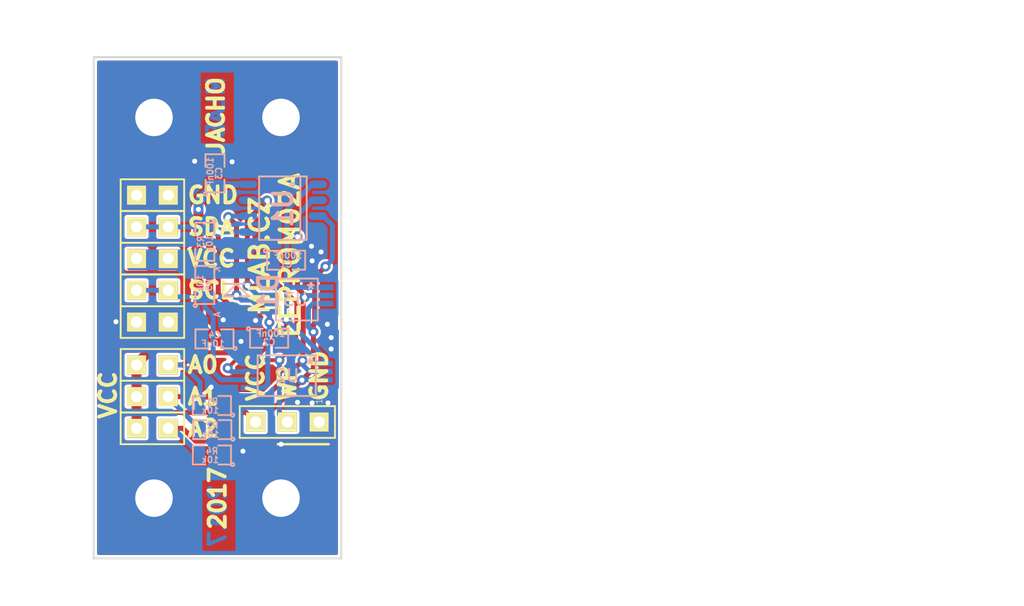
<source format=kicad_pcb>
(kicad_pcb (version 20170123) (host pcbnew "(2017-02-05 revision 431abcf)-makepkg")

  (general
    (links 59)
    (no_connects 0)
    (area 0.178999 -40.461001 20.141001 -0.178999)
    (thickness 1.6)
    (drawings 23)
    (tracks 252)
    (zones 0)
    (modules 26)
    (nets 9)
  )

  (page A4)
  (title_block
    (title NAME)
    (date "%d. %m. %Y")
    (rev REV)
    (company "Mlab www.mlab.cz")
    (comment 1 VERSION)
    (comment 2 "Short description\\nTwo lines are maximum")
    (comment 3 "nickname <email@example.com>")
  )

  (layers
    (0 F.Cu signal)
    (31 B.Cu signal)
    (32 B.Adhes user)
    (33 F.Adhes user)
    (34 B.Paste user)
    (35 F.Paste user)
    (36 B.SilkS user)
    (37 F.SilkS user)
    (38 B.Mask user)
    (39 F.Mask user)
    (40 Dwgs.User user)
    (41 Cmts.User user)
    (42 Eco1.User user)
    (43 Eco2.User user)
    (44 Edge.Cuts user)
    (45 Margin user)
    (46 B.CrtYd user)
    (47 F.CrtYd user)
    (48 B.Fab user)
    (49 F.Fab user)
  )

  (setup
    (last_trace_width 0.4)
    (user_trace_width 0.3)
    (user_trace_width 0.4)
    (user_trace_width 0.5)
    (user_trace_width 0.6)
    (user_trace_width 0.7)
    (user_trace_width 0.8)
    (trace_clearance 0.2)
    (zone_clearance 0.2)
    (zone_45_only no)
    (trace_min 0.2)
    (segment_width 0.2)
    (edge_width 0.15)
    (via_size 0.8)
    (via_drill 0.4)
    (via_min_size 0.4)
    (via_min_drill 0.3)
    (uvia_size 0.3)
    (uvia_drill 0.1)
    (uvias_allowed no)
    (uvia_min_size 0.2)
    (uvia_min_drill 0.1)
    (pcb_text_width 0.3)
    (pcb_text_size 1.5 1.5)
    (mod_edge_width 0.15)
    (mod_text_size 1 1)
    (mod_text_width 0.15)
    (pad_size 1.524 1.524)
    (pad_drill 0.762)
    (pad_to_mask_clearance 0.2)
    (solder_mask_min_width 0.2)
    (aux_axis_origin 0 0)
    (visible_elements 7FFFFF7F)
    (pcbplotparams
      (layerselection 0x010e0_ffffffff)
      (usegerberextensions false)
      (excludeedgelayer true)
      (linewidth 0.150000)
      (plotframeref false)
      (viasonmask false)
      (mode 1)
      (useauxorigin false)
      (hpglpennumber 1)
      (hpglpenspeed 20)
      (hpglpendiameter 15)
      (psnegative false)
      (psa4output false)
      (plotreference true)
      (plotvalue true)
      (plotinvisibletext false)
      (padsonsilk false)
      (subtractmaskfromsilk false)
      (outputformat 1)
      (mirror false)
      (drillshape 0)
      (scaleselection 1)
      (outputdirectory ../CAM_PROFI/))
  )

  (net 0 "")
  (net 1 GND)
  (net 2 VCC)
  (net 3 /SDA)
  (net 4 /SCL)
  (net 5 /A0)
  (net 6 /A1)
  (net 7 /A2)
  (net 8 /WP)

  (net_class Default "This is the default net class."
    (clearance 0.2)
    (trace_width 0.2)
    (via_dia 0.8)
    (via_drill 0.4)
    (uvia_dia 0.3)
    (uvia_drill 0.1)
    (diff_pair_gap 0.25)
    (diff_pair_width 0.25)
    (add_net /A0)
    (add_net /A1)
    (add_net /A2)
    (add_net /SCL)
    (add_net /SDA)
    (add_net /WP)
    (add_net GND)
    (add_net VCC)
  )

  (module Mlab_Pin_Headers:Straight_1x03 (layer F.Cu) (tedit 58C13C26) (tstamp 58C13C55)
    (at 15.748 -11.176 270)
    (descr "pin header straight 1x03")
    (tags "pin header straight 1x03")
    (path /58C15358)
    (fp_text reference J9 (at 0 -5.08 270) (layer F.SilkS) hide
      (effects (font (size 1.5 1.5) (thickness 0.15)))
    )
    (fp_text value CONN_3 (at 0 5.08 270) (layer F.SilkS) hide
      (effects (font (size 1.5 1.5) (thickness 0.15)))
    )
    (fp_text user 1 (at -1.651 -2.54 270) (layer F.SilkS)
      (effects (font (size 0.5 0.5) (thickness 0.05)))
    )
    (fp_line (start -1.27 -3.81) (end 1.27 -3.81) (layer F.SilkS) (width 0.15))
    (fp_line (start 1.27 -3.81) (end 1.27 3.81) (layer F.SilkS) (width 0.15))
    (fp_line (start 1.27 3.81) (end -1.27 3.81) (layer F.SilkS) (width 0.15))
    (fp_line (start -1.27 3.81) (end -1.27 -3.81) (layer F.SilkS) (width 0.15))
    (pad 3 thru_hole rect (at 0 2.54 270) (size 1.524 1.524) (drill 0.889) (layers *.Cu *.Mask F.SilkS)
      (net 2 VCC))
    (pad 2 thru_hole rect (at 0 0 270) (size 1.524 1.524) (drill 0.889) (layers *.Cu *.Mask F.SilkS)
      (net 8 /WP))
    (pad 1 thru_hole rect (at 0 -2.54 270) (size 1.524 1.524) (drill 0.889) (layers *.Cu *.Mask F.SilkS)
      (net 1 GND))
    (model Pin_Headers/Pin_Header_Straight_1x03.wrl
      (at (xyz 0 0 0))
      (scale (xyz 1 1 1))
      (rotate (xyz 0 0 90))
    )
  )

  (module Mlab_IO:TSSOP-8_4.4x3mm_Pitch0.65mm placed (layer B.Cu) (tedit 586A28E5) (tstamp 583C16AF)
    (at 15.6972 -14.8844 180)
    (descr "8-Lead Plastic Thin Shrink Small Outline (ST)-4.4 mm Body [TSSOP] (see Microchip Packaging Specification 00000049BS.pdf)")
    (tags "SSOP 0.65")
    (path /583D9A76)
    (attr smd)
    (fp_text reference U2 (at 0 0 180) (layer B.SilkS)
      (effects (font (size 1 1) (thickness 0.15)) (justify mirror))
    )
    (fp_text value EEPROM_TSSOP8 (at 0 -2.55 180) (layer B.Fab) hide
      (effects (font (size 1 1) (thickness 0.15)) (justify mirror))
    )
    (fp_text user * (at -1.8669 0.8509 180) (layer B.SilkS)
      (effects (font (size 1 1) (thickness 0.15)) (justify mirror))
    )
    (fp_line (start -2.325 -1.625) (end 2.325 -1.625) (layer B.SilkS) (width 0.15))
    (fp_line (start -2.325 1.625) (end 2.325 1.625) (layer B.SilkS) (width 0.15))
    (fp_line (start -2.325 -1.625) (end -2.325 -1.425) (layer B.SilkS) (width 0.15))
    (fp_line (start 2.325 -1.625) (end 2.325 -1.425) (layer B.SilkS) (width 0.15))
    (fp_line (start 2.325 1.625) (end 2.325 -1.625) (layer B.SilkS) (width 0.15))
    (fp_line (start -2.325 1.625) (end -2.325 -1.625) (layer B.SilkS) (width 0.15))
    (fp_line (start -3.95 -1.8) (end 3.95 -1.8) (layer B.CrtYd) (width 0.05))
    (fp_line (start -3.95 1.8) (end 3.95 1.8) (layer B.CrtYd) (width 0.05))
    (fp_line (start 3.95 1.8) (end 3.95 -1.8) (layer B.CrtYd) (width 0.05))
    (fp_line (start -3.95 1.8) (end -3.95 -1.8) (layer B.CrtYd) (width 0.05))
    (pad 1 smd rect (at -2.95 0.975 180) (size 1.45 0.45) (layers B.Cu B.Paste B.Mask)
      (net 5 /A0))
    (pad 2 smd rect (at -2.95 0.325 180) (size 1.45 0.45) (layers B.Cu B.Paste B.Mask)
      (net 6 /A1))
    (pad 3 smd rect (at -2.95 -0.325 180) (size 1.45 0.45) (layers B.Cu B.Paste B.Mask)
      (net 7 /A2))
    (pad 4 smd rect (at -2.95 -0.975 180) (size 1.45 0.45) (layers B.Cu B.Paste B.Mask)
      (net 1 GND))
    (pad 5 smd rect (at 2.95 -0.975 180) (size 1.45 0.45) (layers B.Cu B.Paste B.Mask)
      (net 3 /SDA))
    (pad 6 smd rect (at 2.95 -0.325 180) (size 1.45 0.45) (layers B.Cu B.Paste B.Mask)
      (net 4 /SCL))
    (pad 7 smd rect (at 2.95 0.325 180) (size 1.45 0.45) (layers B.Cu B.Paste B.Mask)
      (net 8 /WP))
    (pad 8 smd rect (at 2.95 0.975 180) (size 1.45 0.45) (layers B.Cu B.Paste B.Mask)
      (net 2 VCC))
    (model Housings_SSOP.3dshapes/TSSOP-8_4.4x3mm_Pitch0.65mm.wrl
      (at (xyz 0 0 0))
      (scale (xyz 1 1 1))
      (rotate (xyz 0 0 0))
    )
  )

  (module Mlab_IO:MSOP-8_3x3mm_Pitch0.65mm (layer B.Cu) (tedit 586A28E5) (tstamp 583C16BB)
    (at 16.51 -20.9804 180)
    (descr "8-Lead Plastic Micro Small Outline Package (MS) [MSOP] (see Microchip Packaging Specification 00000049BS.pdf)")
    (tags "SSOP 0.65")
    (path /583D9B25)
    (attr smd)
    (fp_text reference U3 (at 0.127 0 180) (layer B.SilkS)
      (effects (font (size 1 1) (thickness 0.15)) (justify mirror))
    )
    (fp_text value EEPROM_MSOP8 (at 0 -2.6 180) (layer B.SilkS) hide
      (effects (font (size 1 1) (thickness 0.15)) (justify mirror))
    )
    (fp_text user * (at -1.1049 0.7747 180) (layer B.SilkS)
      (effects (font (size 1 1) (thickness 0.15)) (justify mirror))
    )
    (fp_line (start -1.675 -1.675) (end 1.675 -1.675) (layer B.SilkS) (width 0.15))
    (fp_line (start -1.675 1.675) (end 1.675 1.675) (layer B.SilkS) (width 0.15))
    (fp_line (start -1.675 -1.675) (end -1.675 -1.425) (layer B.SilkS) (width 0.15))
    (fp_line (start 1.675 -1.675) (end 1.675 1.675) (layer B.SilkS) (width 0.15))
    (fp_line (start 1.675 1.675) (end 1.675 1.425) (layer B.SilkS) (width 0.15))
    (fp_line (start -1.675 1.675) (end -1.675 -1.675) (layer B.SilkS) (width 0.15))
    (pad 1 smd rect (at -2.2 0.975 180) (size 1.45 0.45) (layers B.Cu B.Paste B.Mask)
      (net 5 /A0))
    (pad 2 smd rect (at -2.2 0.325 180) (size 1.45 0.45) (layers B.Cu B.Paste B.Mask)
      (net 6 /A1))
    (pad 3 smd rect (at -2.2 -0.325 180) (size 1.45 0.45) (layers B.Cu B.Paste B.Mask)
      (net 7 /A2))
    (pad 4 smd rect (at -2.2 -0.975 180) (size 1.45 0.45) (layers B.Cu B.Paste B.Mask)
      (net 1 GND))
    (pad 5 smd rect (at 2.2 -0.975 180) (size 1.45 0.45) (layers B.Cu B.Paste B.Mask)
      (net 3 /SDA))
    (pad 6 smd rect (at 2.2 -0.325 180) (size 1.45 0.45) (layers B.Cu B.Paste B.Mask)
      (net 4 /SCL))
    (pad 7 smd rect (at 2.2 0.325 180) (size 1.45 0.45) (layers B.Cu B.Paste B.Mask)
      (net 8 /WP))
    (pad 8 smd rect (at 2.2 0.975 180) (size 1.45 0.45) (layers B.Cu B.Paste B.Mask)
      (net 2 VCC))
    (model D:/Honza/library/KiCAD/MLAB_3D/IO/MSOP_8.wrl
      (at (xyz 0 0 0))
      (scale (xyz 0.4 0.4 0.4))
      (rotate (xyz 0 0 90))
    )
  )

  (module Mlab_Mechanical:MountingHole_3mm placed (layer F.Cu) (tedit 586A28E5) (tstamp 57DB7C60)
    (at 15.24 -35.56)
    (descr "Mounting hole, Befestigungsbohrung, 3mm, No Annular, Kein Restring,")
    (tags "Mounting hole, Befestigungsbohrung, 3mm, No Annular, Kein Restring,")
    (path /549D7628)
    (fp_text reference M2 (at 0 -4.191) (layer F.SilkS) hide
      (effects (font (thickness 0.3048)))
    )
    (fp_text value HOLE (at 0 4.191) (layer F.SilkS) hide
      (effects (font (thickness 0.3048)))
    )
    (fp_circle (center 0 0) (end 2.99974 0) (layer Cmts.User) (width 0.381))
    (pad 1 thru_hole circle (at 0 0) (size 6 6) (drill 3) (layers *.Cu *.Adhes *.Mask)
      (net 1 GND) (clearance 1) (zone_connect 2))
  )

  (module Mlab_Mechanical:MountingHole_3mm placed (layer F.Cu) (tedit 586A28E5) (tstamp 57DB7C5B)
    (at 5.08 -35.56)
    (descr "Mounting hole, Befestigungsbohrung, 3mm, No Annular, Kein Restring,")
    (tags "Mounting hole, Befestigungsbohrung, 3mm, No Annular, Kein Restring,")
    (path /549D7549)
    (fp_text reference M1 (at 0 -4.191) (layer F.SilkS) hide
      (effects (font (thickness 0.3048)))
    )
    (fp_text value HOLE (at 0 4.191) (layer F.SilkS) hide
      (effects (font (thickness 0.3048)))
    )
    (fp_circle (center 0 0) (end 2.99974 0) (layer Cmts.User) (width 0.381))
    (pad 1 thru_hole circle (at 0 0) (size 6 6) (drill 3) (layers *.Cu *.Adhes *.Mask)
      (net 1 GND) (clearance 1) (zone_connect 2))
  )

  (module Mlab_Mechanical:MountingHole_3mm placed (layer F.Cu) (tedit 586A28E5) (tstamp 57DB7C6A)
    (at 5.08 -5.08)
    (descr "Mounting hole, Befestigungsbohrung, 3mm, No Annular, Kein Restring,")
    (tags "Mounting hole, Befestigungsbohrung, 3mm, No Annular, Kein Restring,")
    (path /549D7665)
    (fp_text reference M4 (at 0 -4.191) (layer F.SilkS) hide
      (effects (font (thickness 0.3048)))
    )
    (fp_text value HOLE (at 0 4.191) (layer F.SilkS) hide
      (effects (font (thickness 0.3048)))
    )
    (fp_circle (center 0 0) (end 2.99974 0) (layer Cmts.User) (width 0.381))
    (pad 1 thru_hole circle (at 0 0) (size 6 6) (drill 3) (layers *.Cu *.Adhes *.Mask)
      (net 1 GND) (clearance 1) (zone_connect 2))
  )

  (module Mlab_Mechanical:MountingHole_3mm placed (layer F.Cu) (tedit 586A28E5) (tstamp 57DB7C65)
    (at 15.24 -5.08)
    (descr "Mounting hole, Befestigungsbohrung, 3mm, No Annular, Kein Restring,")
    (tags "Mounting hole, Befestigungsbohrung, 3mm, No Annular, Kein Restring,")
    (path /549D7646)
    (fp_text reference M3 (at 0 -4.191) (layer F.SilkS) hide
      (effects (font (thickness 0.3048)))
    )
    (fp_text value HOLE (at 0 4.191) (layer F.SilkS) hide
      (effects (font (thickness 0.3048)))
    )
    (fp_circle (center 0 0) (end 2.99974 0) (layer Cmts.User) (width 0.381))
    (pad 1 thru_hole circle (at 0 0) (size 6 6) (drill 3) (layers *.Cu *.Adhes *.Mask)
      (net 1 GND) (clearance 1) (zone_connect 2))
  )

  (module Mlab_R:SMD-0805 (layer B.Cu) (tedit 586A28E5) (tstamp 583C1631)
    (at 15.6464 -24.13)
    (path /5820D5E3)
    (attr smd)
    (fp_text reference C1 (at 0 0.3175) (layer B.SilkS)
      (effects (font (size 0.50038 0.50038) (thickness 0.10922)) (justify mirror))
    )
    (fp_text value 100nF (at 0.127 -0.381) (layer B.SilkS)
      (effects (font (size 0.50038 0.50038) (thickness 0.10922)) (justify mirror))
    )
    (fp_circle (center -1.651 -0.762) (end -1.651 -0.635) (layer B.SilkS) (width 0.15))
    (fp_line (start -0.508 -0.762) (end -1.524 -0.762) (layer B.SilkS) (width 0.15))
    (fp_line (start -1.524 -0.762) (end -1.524 0.762) (layer B.SilkS) (width 0.15))
    (fp_line (start -1.524 0.762) (end -0.508 0.762) (layer B.SilkS) (width 0.15))
    (fp_line (start 0.508 0.762) (end 1.524 0.762) (layer B.SilkS) (width 0.15))
    (fp_line (start 1.524 0.762) (end 1.524 -0.762) (layer B.SilkS) (width 0.15))
    (fp_line (start 1.524 -0.762) (end 0.508 -0.762) (layer B.SilkS) (width 0.15))
    (pad 2 smd rect (at 0.9525 0) (size 0.889 1.397) (layers B.Cu B.Paste B.Mask)
      (net 1 GND))
    (pad 1 smd rect (at -0.9525 0) (size 0.889 1.397) (layers B.Cu B.Paste B.Mask)
      (net 2 VCC))
    (model MLAB_3D/Resistors/chip_cms.wrl
      (at (xyz 0 0 0))
      (scale (xyz 0.1 0.1 0.1))
      (rotate (xyz 0 0 0))
    )
  )

  (module Mlab_R:SMD-0805 (layer B.Cu) (tedit 586A28E5) (tstamp 583C1637)
    (at 14.2875 -17.8816)
    (path /583CCB0E)
    (attr smd)
    (fp_text reference C2 (at 0 0.3175) (layer B.SilkS)
      (effects (font (size 0.50038 0.50038) (thickness 0.10922)) (justify mirror))
    )
    (fp_text value 100nF (at 0.127 -0.381) (layer B.SilkS)
      (effects (font (size 0.50038 0.50038) (thickness 0.10922)) (justify mirror))
    )
    (fp_line (start 1.524 -0.762) (end 0.508 -0.762) (layer B.SilkS) (width 0.15))
    (fp_line (start 1.524 0.762) (end 1.524 -0.762) (layer B.SilkS) (width 0.15))
    (fp_line (start 0.508 0.762) (end 1.524 0.762) (layer B.SilkS) (width 0.15))
    (fp_line (start -1.524 0.762) (end -0.508 0.762) (layer B.SilkS) (width 0.15))
    (fp_line (start -1.524 -0.762) (end -1.524 0.762) (layer B.SilkS) (width 0.15))
    (fp_line (start -0.508 -0.762) (end -1.524 -0.762) (layer B.SilkS) (width 0.15))
    (fp_circle (center -1.651 -0.762) (end -1.651 -0.635) (layer B.SilkS) (width 0.15))
    (pad 1 smd rect (at -0.9525 0) (size 0.889 1.397) (layers B.Cu B.Paste B.Mask)
      (net 2 VCC))
    (pad 2 smd rect (at 0.9525 0) (size 0.889 1.397) (layers B.Cu B.Paste B.Mask)
      (net 1 GND))
    (model MLAB_3D/Resistors/chip_cms.wrl
      (at (xyz 0 0 0))
      (scale (xyz 0.1 0.1 0.1))
      (rotate (xyz 0 0 0))
    )
  )

  (module Mlab_R:SMD-0805 (layer B.Cu) (tedit 586A28E5) (tstamp 583C163D)
    (at 9.9568 -31.0896 90)
    (path /583CCC03)
    (attr smd)
    (fp_text reference C3 (at 0 0.3175 90) (layer B.SilkS)
      (effects (font (size 0.50038 0.50038) (thickness 0.10922)) (justify mirror))
    )
    (fp_text value 100nF (at 0.127 -0.381 90) (layer B.SilkS)
      (effects (font (size 0.50038 0.50038) (thickness 0.10922)) (justify mirror))
    )
    (fp_circle (center -1.651 -0.762) (end -1.651 -0.635) (layer B.SilkS) (width 0.15))
    (fp_line (start -0.508 -0.762) (end -1.524 -0.762) (layer B.SilkS) (width 0.15))
    (fp_line (start -1.524 -0.762) (end -1.524 0.762) (layer B.SilkS) (width 0.15))
    (fp_line (start -1.524 0.762) (end -0.508 0.762) (layer B.SilkS) (width 0.15))
    (fp_line (start 0.508 0.762) (end 1.524 0.762) (layer B.SilkS) (width 0.15))
    (fp_line (start 1.524 0.762) (end 1.524 -0.762) (layer B.SilkS) (width 0.15))
    (fp_line (start 1.524 -0.762) (end 0.508 -0.762) (layer B.SilkS) (width 0.15))
    (pad 2 smd rect (at 0.9525 0 90) (size 0.889 1.397) (layers B.Cu B.Paste B.Mask)
      (net 1 GND))
    (pad 1 smd rect (at -0.9525 0 90) (size 0.889 1.397) (layers B.Cu B.Paste B.Mask)
      (net 2 VCC))
    (model MLAB_3D/Resistors/chip_cms.wrl
      (at (xyz 0 0 0))
      (scale (xyz 0.1 0.1 0.1))
      (rotate (xyz 0 0 0))
    )
  )

  (module Mlab_R:SMD-0805 (layer B.Cu) (tedit 586A28E5) (tstamp 583C1643)
    (at 9.9187 -17.8308 180)
    (path /5820C904)
    (attr smd)
    (fp_text reference C4 (at 0 0.3175 180) (layer B.SilkS)
      (effects (font (size 0.50038 0.50038) (thickness 0.10922)) (justify mirror))
    )
    (fp_text value 10uF (at 0.127 -0.381 180) (layer B.SilkS)
      (effects (font (size 0.50038 0.50038) (thickness 0.10922)) (justify mirror))
    )
    (fp_line (start 1.524 -0.762) (end 0.508 -0.762) (layer B.SilkS) (width 0.15))
    (fp_line (start 1.524 0.762) (end 1.524 -0.762) (layer B.SilkS) (width 0.15))
    (fp_line (start 0.508 0.762) (end 1.524 0.762) (layer B.SilkS) (width 0.15))
    (fp_line (start -1.524 0.762) (end -0.508 0.762) (layer B.SilkS) (width 0.15))
    (fp_line (start -1.524 -0.762) (end -1.524 0.762) (layer B.SilkS) (width 0.15))
    (fp_line (start -0.508 -0.762) (end -1.524 -0.762) (layer B.SilkS) (width 0.15))
    (fp_circle (center -1.651 -0.762) (end -1.651 -0.635) (layer B.SilkS) (width 0.15))
    (pad 1 smd rect (at -0.9525 0 180) (size 0.889 1.397) (layers B.Cu B.Paste B.Mask)
      (net 2 VCC))
    (pad 2 smd rect (at 0.9525 0 180) (size 0.889 1.397) (layers B.Cu B.Paste B.Mask)
      (net 1 GND))
    (model MLAB_3D/Resistors/chip_cms.wrl
      (at (xyz 0 0 0))
      (scale (xyz 0.1 0.1 0.1))
      (rotate (xyz 0 0 0))
    )
  )

  (module Mlab_Pin_Headers:Straight_2x01 (layer F.Cu) (tedit 586A28E5) (tstamp 583C1649)
    (at 4.953 -29.337)
    (descr "pin header straight 2x01")
    (tags "pin header straight 2x01")
    (path /583C91A7)
    (fp_text reference J1 (at 0 -2.54) (layer F.SilkS) hide
      (effects (font (size 1.5 1.5) (thickness 0.15)))
    )
    (fp_text value JUMP_2x1 (at 0 2.54) (layer F.SilkS) hide
      (effects (font (size 1.5 1.5) (thickness 0.15)))
    )
    (fp_line (start -2.54 -1.27) (end 2.54 -1.27) (layer F.SilkS) (width 0.15))
    (fp_line (start 2.54 -1.27) (end 2.54 1.27) (layer F.SilkS) (width 0.15))
    (fp_line (start 2.54 1.27) (end -2.54 1.27) (layer F.SilkS) (width 0.15))
    (fp_line (start -2.54 1.27) (end -2.54 -1.27) (layer F.SilkS) (width 0.15))
    (pad 2 thru_hole rect (at 1.27 0) (size 1.524 1.524) (drill 0.889) (layers *.Cu *.Mask F.SilkS)
      (net 1 GND))
    (pad 1 thru_hole rect (at -1.27 0) (size 1.524 1.524) (drill 0.889) (layers *.Cu *.Mask F.SilkS)
      (net 1 GND))
    (model Pin_Headers/Pin_Header_Straight_2x01.wrl
      (at (xyz 0 0 0))
      (scale (xyz 1 1 1))
      (rotate (xyz 0 0 90))
    )
  )

  (module Mlab_Pin_Headers:Straight_2x01 (layer F.Cu) (tedit 586A28E5) (tstamp 583C164F)
    (at 4.953 -26.797)
    (descr "pin header straight 2x01")
    (tags "pin header straight 2x01")
    (path /583C966A)
    (fp_text reference J2 (at 0 -2.54) (layer F.SilkS) hide
      (effects (font (size 1.5 1.5) (thickness 0.15)))
    )
    (fp_text value JUMP_2x1 (at 0 2.54) (layer F.SilkS) hide
      (effects (font (size 1.5 1.5) (thickness 0.15)))
    )
    (fp_line (start -2.54 -1.27) (end 2.54 -1.27) (layer F.SilkS) (width 0.15))
    (fp_line (start 2.54 -1.27) (end 2.54 1.27) (layer F.SilkS) (width 0.15))
    (fp_line (start 2.54 1.27) (end -2.54 1.27) (layer F.SilkS) (width 0.15))
    (fp_line (start -2.54 1.27) (end -2.54 -1.27) (layer F.SilkS) (width 0.15))
    (pad 2 thru_hole rect (at 1.27 0) (size 1.524 1.524) (drill 0.889) (layers *.Cu *.Mask F.SilkS)
      (net 3 /SDA))
    (pad 1 thru_hole rect (at -1.27 0) (size 1.524 1.524) (drill 0.889) (layers *.Cu *.Mask F.SilkS)
      (net 3 /SDA))
    (model Pin_Headers/Pin_Header_Straight_2x01.wrl
      (at (xyz 0 0 0))
      (scale (xyz 1 1 1))
      (rotate (xyz 0 0 90))
    )
  )

  (module Mlab_Pin_Headers:Straight_2x01 (layer F.Cu) (tedit 586A28E5) (tstamp 583C1655)
    (at 4.953 -24.257)
    (descr "pin header straight 2x01")
    (tags "pin header straight 2x01")
    (path /583C9698)
    (fp_text reference J3 (at 0 -2.54) (layer F.SilkS) hide
      (effects (font (size 1.5 1.5) (thickness 0.15)))
    )
    (fp_text value JUMP_2x1 (at 0 2.54) (layer F.SilkS) hide
      (effects (font (size 1.5 1.5) (thickness 0.15)))
    )
    (fp_line (start -2.54 1.27) (end -2.54 -1.27) (layer F.SilkS) (width 0.15))
    (fp_line (start 2.54 1.27) (end -2.54 1.27) (layer F.SilkS) (width 0.15))
    (fp_line (start 2.54 -1.27) (end 2.54 1.27) (layer F.SilkS) (width 0.15))
    (fp_line (start -2.54 -1.27) (end 2.54 -1.27) (layer F.SilkS) (width 0.15))
    (pad 1 thru_hole rect (at -1.27 0) (size 1.524 1.524) (drill 0.889) (layers *.Cu *.Mask F.SilkS)
      (net 2 VCC))
    (pad 2 thru_hole rect (at 1.27 0) (size 1.524 1.524) (drill 0.889) (layers *.Cu *.Mask F.SilkS)
      (net 2 VCC))
    (model Pin_Headers/Pin_Header_Straight_2x01.wrl
      (at (xyz 0 0 0))
      (scale (xyz 1 1 1))
      (rotate (xyz 0 0 90))
    )
  )

  (module Mlab_Pin_Headers:Straight_2x01 (layer F.Cu) (tedit 586A28E5) (tstamp 583C165B)
    (at 4.953 -21.717)
    (descr "pin header straight 2x01")
    (tags "pin header straight 2x01")
    (path /583C96F5)
    (fp_text reference J4 (at 0 -2.54) (layer F.SilkS) hide
      (effects (font (size 1.5 1.5) (thickness 0.15)))
    )
    (fp_text value JUMP_2x1 (at 0 2.54) (layer F.SilkS) hide
      (effects (font (size 1.5 1.5) (thickness 0.15)))
    )
    (fp_line (start -2.54 -1.27) (end 2.54 -1.27) (layer F.SilkS) (width 0.15))
    (fp_line (start 2.54 -1.27) (end 2.54 1.27) (layer F.SilkS) (width 0.15))
    (fp_line (start 2.54 1.27) (end -2.54 1.27) (layer F.SilkS) (width 0.15))
    (fp_line (start -2.54 1.27) (end -2.54 -1.27) (layer F.SilkS) (width 0.15))
    (pad 2 thru_hole rect (at 1.27 0) (size 1.524 1.524) (drill 0.889) (layers *.Cu *.Mask F.SilkS)
      (net 4 /SCL))
    (pad 1 thru_hole rect (at -1.27 0) (size 1.524 1.524) (drill 0.889) (layers *.Cu *.Mask F.SilkS)
      (net 4 /SCL))
    (model Pin_Headers/Pin_Header_Straight_2x01.wrl
      (at (xyz 0 0 0))
      (scale (xyz 1 1 1))
      (rotate (xyz 0 0 90))
    )
  )

  (module Mlab_Pin_Headers:Straight_2x01 (layer F.Cu) (tedit 586A28E5) (tstamp 583C1661)
    (at 4.953 -19.177)
    (descr "pin header straight 2x01")
    (tags "pin header straight 2x01")
    (path /583C9729)
    (fp_text reference J5 (at 0 -2.54) (layer F.SilkS) hide
      (effects (font (size 1.5 1.5) (thickness 0.15)))
    )
    (fp_text value JUMP_2x1 (at 0 2.54) (layer F.SilkS) hide
      (effects (font (size 1.5 1.5) (thickness 0.15)))
    )
    (fp_line (start -2.54 1.27) (end -2.54 -1.27) (layer F.SilkS) (width 0.15))
    (fp_line (start 2.54 1.27) (end -2.54 1.27) (layer F.SilkS) (width 0.15))
    (fp_line (start 2.54 -1.27) (end 2.54 1.27) (layer F.SilkS) (width 0.15))
    (fp_line (start -2.54 -1.27) (end 2.54 -1.27) (layer F.SilkS) (width 0.15))
    (pad 1 thru_hole rect (at -1.27 0) (size 1.524 1.524) (drill 0.889) (layers *.Cu *.Mask F.SilkS)
      (net 1 GND))
    (pad 2 thru_hole rect (at 1.27 0) (size 1.524 1.524) (drill 0.889) (layers *.Cu *.Mask F.SilkS)
      (net 1 GND))
    (model Pin_Headers/Pin_Header_Straight_2x01.wrl
      (at (xyz 0 0 0))
      (scale (xyz 1 1 1))
      (rotate (xyz 0 0 90))
    )
  )

  (module Mlab_Pin_Headers:Straight_2x01 (layer F.Cu) (tedit 586A28E5) (tstamp 583C1667)
    (at 4.953 -15.748 180)
    (descr "pin header straight 2x01")
    (tags "pin header straight 2x01")
    (path /583D1621)
    (fp_text reference J6 (at 0 -2.54 180) (layer F.SilkS) hide
      (effects (font (size 1.5 1.5) (thickness 0.15)))
    )
    (fp_text value JUMP2_2x1 (at 0 2.54 180) (layer F.SilkS) hide
      (effects (font (size 1.5 1.5) (thickness 0.15)))
    )
    (fp_line (start -2.54 1.27) (end -2.54 -1.27) (layer F.SilkS) (width 0.15))
    (fp_line (start 2.54 1.27) (end -2.54 1.27) (layer F.SilkS) (width 0.15))
    (fp_line (start 2.54 -1.27) (end 2.54 1.27) (layer F.SilkS) (width 0.15))
    (fp_line (start -2.54 -1.27) (end 2.54 -1.27) (layer F.SilkS) (width 0.15))
    (pad 1 thru_hole rect (at -1.27 0 180) (size 1.524 1.524) (drill 0.889) (layers *.Cu *.Mask F.SilkS)
      (net 5 /A0))
    (pad 2 thru_hole rect (at 1.27 0 180) (size 1.524 1.524) (drill 0.889) (layers *.Cu *.Mask F.SilkS)
      (net 2 VCC))
    (model Pin_Headers/Pin_Header_Straight_2x01.wrl
      (at (xyz 0 0 0))
      (scale (xyz 1 1 1))
      (rotate (xyz 0 0 90))
    )
  )

  (module Mlab_Pin_Headers:Straight_2x01 (layer F.Cu) (tedit 586A28E5) (tstamp 583C166D)
    (at 4.953 -13.208 180)
    (descr "pin header straight 2x01")
    (tags "pin header straight 2x01")
    (path /583D1808)
    (fp_text reference J7 (at 0 -2.54 180) (layer F.SilkS) hide
      (effects (font (size 1.5 1.5) (thickness 0.15)))
    )
    (fp_text value JUMP2_2x1 (at 0 2.54 180) (layer F.SilkS) hide
      (effects (font (size 1.5 1.5) (thickness 0.15)))
    )
    (fp_line (start -2.54 -1.27) (end 2.54 -1.27) (layer F.SilkS) (width 0.15))
    (fp_line (start 2.54 -1.27) (end 2.54 1.27) (layer F.SilkS) (width 0.15))
    (fp_line (start 2.54 1.27) (end -2.54 1.27) (layer F.SilkS) (width 0.15))
    (fp_line (start -2.54 1.27) (end -2.54 -1.27) (layer F.SilkS) (width 0.15))
    (pad 2 thru_hole rect (at 1.27 0 180) (size 1.524 1.524) (drill 0.889) (layers *.Cu *.Mask F.SilkS)
      (net 2 VCC))
    (pad 1 thru_hole rect (at -1.27 0 180) (size 1.524 1.524) (drill 0.889) (layers *.Cu *.Mask F.SilkS)
      (net 6 /A1))
    (model Pin_Headers/Pin_Header_Straight_2x01.wrl
      (at (xyz 0 0 0))
      (scale (xyz 1 1 1))
      (rotate (xyz 0 0 90))
    )
  )

  (module Mlab_Pin_Headers:Straight_2x01 (layer F.Cu) (tedit 586A28E5) (tstamp 583C1673)
    (at 4.953 -10.668 180)
    (descr "pin header straight 2x01")
    (tags "pin header straight 2x01")
    (path /583D185D)
    (fp_text reference J8 (at 0 -2.54 180) (layer F.SilkS) hide
      (effects (font (size 1.5 1.5) (thickness 0.15)))
    )
    (fp_text value JUMP2_2x1 (at 0 2.54 180) (layer F.SilkS) hide
      (effects (font (size 1.5 1.5) (thickness 0.15)))
    )
    (fp_line (start -2.54 1.27) (end -2.54 -1.27) (layer F.SilkS) (width 0.15))
    (fp_line (start 2.54 1.27) (end -2.54 1.27) (layer F.SilkS) (width 0.15))
    (fp_line (start 2.54 -1.27) (end 2.54 1.27) (layer F.SilkS) (width 0.15))
    (fp_line (start -2.54 -1.27) (end 2.54 -1.27) (layer F.SilkS) (width 0.15))
    (pad 1 thru_hole rect (at -1.27 0 180) (size 1.524 1.524) (drill 0.889) (layers *.Cu *.Mask F.SilkS)
      (net 7 /A2))
    (pad 2 thru_hole rect (at 1.27 0 180) (size 1.524 1.524) (drill 0.889) (layers *.Cu *.Mask F.SilkS)
      (net 2 VCC))
    (model Pin_Headers/Pin_Header_Straight_2x01.wrl
      (at (xyz 0 0 0))
      (scale (xyz 1 1 1))
      (rotate (xyz 0 0 90))
    )
  )

  (module Mlab_R:SMD-0805 (layer B.Cu) (tedit 586A28E5) (tstamp 583C167F)
    (at 9.7155 -12.4968 180)
    (path /583CE9B0)
    (attr smd)
    (fp_text reference R1 (at 0 0.3175 180) (layer B.SilkS)
      (effects (font (size 0.50038 0.50038) (thickness 0.10922)) (justify mirror))
    )
    (fp_text value 10k (at 0.127 -0.381 180) (layer B.SilkS)
      (effects (font (size 0.50038 0.50038) (thickness 0.10922)) (justify mirror))
    )
    (fp_circle (center -1.651 -0.762) (end -1.651 -0.635) (layer B.SilkS) (width 0.15))
    (fp_line (start -0.508 -0.762) (end -1.524 -0.762) (layer B.SilkS) (width 0.15))
    (fp_line (start -1.524 -0.762) (end -1.524 0.762) (layer B.SilkS) (width 0.15))
    (fp_line (start -1.524 0.762) (end -0.508 0.762) (layer B.SilkS) (width 0.15))
    (fp_line (start 0.508 0.762) (end 1.524 0.762) (layer B.SilkS) (width 0.15))
    (fp_line (start 1.524 0.762) (end 1.524 -0.762) (layer B.SilkS) (width 0.15))
    (fp_line (start 1.524 -0.762) (end 0.508 -0.762) (layer B.SilkS) (width 0.15))
    (pad 2 smd rect (at 0.9525 0 180) (size 0.889 1.397) (layers B.Cu B.Paste B.Mask)
      (net 5 /A0))
    (pad 1 smd rect (at -0.9525 0 180) (size 0.889 1.397) (layers B.Cu B.Paste B.Mask)
      (net 1 GND))
    (model MLAB_3D/Resistors/chip_cms.wrl
      (at (xyz 0 0 0))
      (scale (xyz 0.1 0.1 0.1))
      (rotate (xyz 0 0 0))
    )
  )

  (module Mlab_R:SMD-0805 (layer B.Cu) (tedit 586A28E5) (tstamp 583C1685)
    (at 9.7409 -10.5664 180)
    (path /583CEB91)
    (attr smd)
    (fp_text reference R2 (at 0 0.3175 180) (layer B.SilkS)
      (effects (font (size 0.50038 0.50038) (thickness 0.10922)) (justify mirror))
    )
    (fp_text value 10k (at 0.127 -0.381 180) (layer B.SilkS)
      (effects (font (size 0.50038 0.50038) (thickness 0.10922)) (justify mirror))
    )
    (fp_line (start 1.524 -0.762) (end 0.508 -0.762) (layer B.SilkS) (width 0.15))
    (fp_line (start 1.524 0.762) (end 1.524 -0.762) (layer B.SilkS) (width 0.15))
    (fp_line (start 0.508 0.762) (end 1.524 0.762) (layer B.SilkS) (width 0.15))
    (fp_line (start -1.524 0.762) (end -0.508 0.762) (layer B.SilkS) (width 0.15))
    (fp_line (start -1.524 -0.762) (end -1.524 0.762) (layer B.SilkS) (width 0.15))
    (fp_line (start -0.508 -0.762) (end -1.524 -0.762) (layer B.SilkS) (width 0.15))
    (fp_circle (center -1.651 -0.762) (end -1.651 -0.635) (layer B.SilkS) (width 0.15))
    (pad 1 smd rect (at -0.9525 0 180) (size 0.889 1.397) (layers B.Cu B.Paste B.Mask)
      (net 1 GND))
    (pad 2 smd rect (at 0.9525 0 180) (size 0.889 1.397) (layers B.Cu B.Paste B.Mask)
      (net 6 /A1))
    (model MLAB_3D/Resistors/chip_cms.wrl
      (at (xyz 0 0 0))
      (scale (xyz 0.1 0.1 0.1))
      (rotate (xyz 0 0 0))
    )
  )

  (module Mlab_R:SMD-0805 (layer B.Cu) (tedit 586A28E5) (tstamp 583C168B)
    (at 9.144 -25.6032 270)
    (path /58231ADB)
    (attr smd)
    (fp_text reference R3 (at 0 0.3175 270) (layer B.SilkS)
      (effects (font (size 0.50038 0.50038) (thickness 0.10922)) (justify mirror))
    )
    (fp_text value 10k (at 0.127 -0.381 270) (layer B.SilkS)
      (effects (font (size 0.50038 0.50038) (thickness 0.10922)) (justify mirror))
    )
    (fp_line (start 1.524 -0.762) (end 0.508 -0.762) (layer B.SilkS) (width 0.15))
    (fp_line (start 1.524 0.762) (end 1.524 -0.762) (layer B.SilkS) (width 0.15))
    (fp_line (start 0.508 0.762) (end 1.524 0.762) (layer B.SilkS) (width 0.15))
    (fp_line (start -1.524 0.762) (end -0.508 0.762) (layer B.SilkS) (width 0.15))
    (fp_line (start -1.524 -0.762) (end -1.524 0.762) (layer B.SilkS) (width 0.15))
    (fp_line (start -0.508 -0.762) (end -1.524 -0.762) (layer B.SilkS) (width 0.15))
    (fp_circle (center -1.651 -0.762) (end -1.651 -0.635) (layer B.SilkS) (width 0.15))
    (pad 1 smd rect (at -0.9525 0 270) (size 0.889 1.397) (layers B.Cu B.Paste B.Mask)
      (net 3 /SDA))
    (pad 2 smd rect (at 0.9525 0 270) (size 0.889 1.397) (layers B.Cu B.Paste B.Mask)
      (net 2 VCC))
    (model MLAB_3D/Resistors/chip_cms.wrl
      (at (xyz 0 0 0))
      (scale (xyz 0.1 0.1 0.1))
      (rotate (xyz 0 0 0))
    )
  )

  (module Mlab_R:SMD-0805 (layer B.Cu) (tedit 586A28E5) (tstamp 583C1691)
    (at 9.7155 -8.5344 180)
    (path /583CEBF1)
    (attr smd)
    (fp_text reference R4 (at 0 0.3175 180) (layer B.SilkS)
      (effects (font (size 0.50038 0.50038) (thickness 0.10922)) (justify mirror))
    )
    (fp_text value 10k (at 0.127 -0.381 180) (layer B.SilkS)
      (effects (font (size 0.50038 0.50038) (thickness 0.10922)) (justify mirror))
    )
    (fp_circle (center -1.651 -0.762) (end -1.651 -0.635) (layer B.SilkS) (width 0.15))
    (fp_line (start -0.508 -0.762) (end -1.524 -0.762) (layer B.SilkS) (width 0.15))
    (fp_line (start -1.524 -0.762) (end -1.524 0.762) (layer B.SilkS) (width 0.15))
    (fp_line (start -1.524 0.762) (end -0.508 0.762) (layer B.SilkS) (width 0.15))
    (fp_line (start 0.508 0.762) (end 1.524 0.762) (layer B.SilkS) (width 0.15))
    (fp_line (start 1.524 0.762) (end 1.524 -0.762) (layer B.SilkS) (width 0.15))
    (fp_line (start 1.524 -0.762) (end 0.508 -0.762) (layer B.SilkS) (width 0.15))
    (pad 2 smd rect (at 0.9525 0 180) (size 0.889 1.397) (layers B.Cu B.Paste B.Mask)
      (net 7 /A2))
    (pad 1 smd rect (at -0.9525 0 180) (size 0.889 1.397) (layers B.Cu B.Paste B.Mask)
      (net 1 GND))
    (model MLAB_3D/Resistors/chip_cms.wrl
      (at (xyz 0 0 0))
      (scale (xyz 0.1 0.1 0.1))
      (rotate (xyz 0 0 0))
    )
  )

  (module Mlab_R:SMD-0805 (layer B.Cu) (tedit 586A28E5) (tstamp 583C1697)
    (at 9.144 -22.1488 90)
    (path /583CAEFB)
    (attr smd)
    (fp_text reference R5 (at 0 0.3175 90) (layer B.SilkS)
      (effects (font (size 0.50038 0.50038) (thickness 0.10922)) (justify mirror))
    )
    (fp_text value 10k (at 0.127 -0.381 90) (layer B.SilkS)
      (effects (font (size 0.50038 0.50038) (thickness 0.10922)) (justify mirror))
    )
    (fp_circle (center -1.651 -0.762) (end -1.651 -0.635) (layer B.SilkS) (width 0.15))
    (fp_line (start -0.508 -0.762) (end -1.524 -0.762) (layer B.SilkS) (width 0.15))
    (fp_line (start -1.524 -0.762) (end -1.524 0.762) (layer B.SilkS) (width 0.15))
    (fp_line (start -1.524 0.762) (end -0.508 0.762) (layer B.SilkS) (width 0.15))
    (fp_line (start 0.508 0.762) (end 1.524 0.762) (layer B.SilkS) (width 0.15))
    (fp_line (start 1.524 0.762) (end 1.524 -0.762) (layer B.SilkS) (width 0.15))
    (fp_line (start 1.524 -0.762) (end 0.508 -0.762) (layer B.SilkS) (width 0.15))
    (pad 2 smd rect (at 0.9525 0 90) (size 0.889 1.397) (layers B.Cu B.Paste B.Mask)
      (net 2 VCC))
    (pad 1 smd rect (at -0.9525 0 90) (size 0.889 1.397) (layers B.Cu B.Paste B.Mask)
      (net 4 /SCL))
    (model MLAB_3D/Resistors/chip_cms.wrl
      (at (xyz 0 0 0))
      (scale (xyz 0.1 0.1 0.1))
      (rotate (xyz 0 0 0))
    )
  )

  (module Mlab_IO:SO-8 (layer B.Cu) (tedit 586A28E5) (tstamp 583C16A3)
    (at 15.3924 -28.2956 270)
    (descr "SO-8 Surface Mount Small Outline 150mil 8pin Package")
    (tags "Power Integrations D Package")
    (path /583C220C)
    (fp_text reference U1 (at 0 0 270) (layer B.SilkS)
      (effects (font (thickness 0.3048)) (justify mirror))
    )
    (fp_text value EEPROM_SO8 (at 0 0 270) (layer B.SilkS) hide
      (effects (font (thickness 0.3048)) (justify mirror))
    )
    (fp_circle (center -1.905 -0.762) (end -1.778 -0.762) (layer B.SilkS) (width 0.15))
    (fp_line (start -2.54 -1.397) (end 2.54 -1.397) (layer B.SilkS) (width 0.15))
    (fp_line (start -2.54 1.905) (end 2.54 1.905) (layer B.SilkS) (width 0.15))
    (fp_line (start -2.54 -1.905) (end 2.54 -1.905) (layer B.SilkS) (width 0.15))
    (fp_line (start -2.54 -1.905) (end -2.54 1.905) (layer B.SilkS) (width 0.15))
    (fp_line (start 2.54 -1.905) (end 2.54 1.905) (layer B.SilkS) (width 0.15))
    (pad 8 smd oval (at -1.905 2.794 270) (size 0.6096 1.4732) (layers B.Cu B.Paste B.Mask)
      (net 2 VCC))
    (pad 7 smd oval (at -0.635 2.794 270) (size 0.6096 1.4732) (layers B.Cu B.Paste B.Mask)
      (net 8 /WP))
    (pad 6 smd oval (at 0.635 2.794 270) (size 0.6096 1.4732) (layers B.Cu B.Paste B.Mask)
      (net 4 /SCL))
    (pad 5 smd oval (at 1.905 2.794 270) (size 0.6096 1.4732) (layers B.Cu B.Paste B.Mask)
      (net 3 /SDA))
    (pad 4 smd oval (at 1.905 -2.794 270) (size 0.6096 1.4732) (layers B.Cu B.Paste B.Mask)
      (net 1 GND))
    (pad 3 smd oval (at 0.635 -2.794 270) (size 0.6096 1.4732) (layers B.Cu B.Paste B.Mask)
      (net 7 /A2))
    (pad 2 smd oval (at -0.635 -2.794 270) (size 0.6096 1.4732) (layers B.Cu B.Paste B.Mask)
      (net 6 /A1))
    (pad 1 smd oval (at -1.905 -2.794 270) (size 0.6096 1.4732) (layers B.Cu B.Paste B.Mask)
      (net 5 /A0))
    (model MLAB_3D/IO/cms_so8.wrl
      (at (xyz 0 0 0))
      (scale (xyz 0.5 0.4 0.45))
      (rotate (xyz 0 0 0))
    )
  )

  (module Mlab_D:Diode-MiniMELF_Standard (layer B.Cu) (tedit 586A28E5) (tstamp 583C2687)
    (at 11.684 -21.59 90)
    (descr "Diode Mini-MELF Standard")
    (tags "Diode Mini-MELF Standard")
    (path /583C2F57)
    (attr smd)
    (fp_text reference D1 (at 0 2.54 90) (layer B.SilkS)
      (effects (font (thickness 0.3048)) (justify mirror))
    )
    (fp_text value BZV55C-5,6V (at 0 -3.81 90) (layer B.SilkS) hide
      (effects (font (thickness 0.3048)) (justify mirror))
    )
    (fp_line (start 0.65024 -0.0508) (end -0.35052 1.00076) (layer B.SilkS) (width 0.15))
    (fp_line (start -0.35052 1.00076) (end -0.35052 -1.00076) (layer B.SilkS) (width 0.15))
    (fp_line (start -0.35052 -1.00076) (end 0.65024 0) (layer B.SilkS) (width 0.15))
    (fp_line (start 0.65024 1.04902) (end 0.65024 -1.04902) (layer B.SilkS) (width 0.15))
    (fp_text user A (at -1.80086 -1.5494 90) (layer B.SilkS)
      (effects (font (size 0.50038 0.50038) (thickness 0.09906)) (justify mirror))
    )
    (fp_text user K (at 1.80086 -1.5494 90) (layer B.SilkS)
      (effects (font (size 0.50038 0.50038) (thickness 0.09906)) (justify mirror))
    )
    (fp_circle (center 0 0) (end 0 -0.55118) (layer B.Adhes) (width 0.381))
    (fp_circle (center 0 0) (end 0 -0.20066) (layer B.Adhes) (width 0.381))
    (pad 2 smd rect (at -1.75006 0 90) (size 1.30048 1.69926) (layers B.Cu B.Paste B.Mask)
      (net 1 GND))
    (pad 1 smd rect (at 1.75006 0 90) (size 1.30048 1.69926) (layers B.Cu B.Paste B.Mask)
      (net 2 VCC))
    (model MLAB_3D/Diodes/MiniMELF_DO213AA.wrl
      (at (xyz 0 0 0))
      (scale (xyz 0.3937 0.3937 0.3937))
      (rotate (xyz 0 0 0))
    )
  )

  (gr_line (start 14.986 -9.398) (end 19.05 -9.398) (angle 90) (layer F.SilkS) (width 0.2))
  (gr_text GND (at 18.288 -12.7 90) (layer F.SilkS) (tstamp 58C15674)
    (effects (font (size 1.3 1.3) (thickness 0.3)) (justify left))
  )
  (gr_text VCC (at 13.208 -12.7 90) (layer F.SilkS) (tstamp 58C1566A)
    (effects (font (size 1.3 1.3) (thickness 0.3)) (justify left))
  )
  (dimension 19.812 (width 0.3) (layer Dwgs.User)
    (gr_text "0,7800 in" (at 10.16 -43.1076) (layer Dwgs.User) (tstamp 58C14BB2)
      (effects (font (size 1.5 1.5) (thickness 0.3)))
    )
    (feature1 (pts (xy 20.066 -40.386) (xy 20.066 -44.4576)))
    (feature2 (pts (xy 0.254 -40.386) (xy 0.254 -44.4576)))
    (crossbar (pts (xy 0.254 -41.7576) (xy 20.066 -41.7576)))
    (arrow1a (pts (xy 20.066 -41.7576) (xy 18.939496 -41.171179)))
    (arrow1b (pts (xy 20.066 -41.7576) (xy 18.939496 -42.344021)))
    (arrow2a (pts (xy 0.254 -41.7576) (xy 1.380504 -41.171179)))
    (arrow2b (pts (xy 0.254 -41.7576) (xy 1.380504 -42.344021)))
  )
  (dimension 40.132 (width 0.3) (layer Dwgs.User)
    (gr_text "1,5800 in" (at 25.3784 -20.32 90) (layer Dwgs.User) (tstamp 58C14BB3)
      (effects (font (size 1.5 1.5) (thickness 0.3)))
    )
    (feature1 (pts (xy 20.066 -40.386) (xy 26.7284 -40.386)))
    (feature2 (pts (xy 20.066 -0.254) (xy 26.7284 -0.254)))
    (crossbar (pts (xy 24.0284 -0.254) (xy 24.0284 -40.386)))
    (arrow1a (pts (xy 24.0284 -40.386) (xy 24.614821 -39.259496)))
    (arrow1b (pts (xy 24.0284 -40.386) (xy 23.441979 -39.259496)))
    (arrow2a (pts (xy 24.0284 -0.254) (xy 24.614821 -1.380504)))
    (arrow2b (pts (xy 24.0284 -0.254) (xy 23.441979 -1.380504)))
  )
  (gr_text JACHO (at 10.033 -35.687 90) (layer F.SilkS) (tstamp 583C485C)
    (effects (font (size 1.3 1.3) (thickness 0.3)))
  )
  (gr_text "MLAB.CZ\nEEPROM02A" (at 14.732 -24.511 90) (layer F.SilkS) (tstamp 583C4824)
    (effects (font (size 1.5 1.5) (thickness 0.3)))
  )
  (gr_text WP (at 15.748 -12.7 90) (layer F.SilkS) (tstamp 583C477A)
    (effects (font (size 1.3 1.3) (thickness 0.3)) (justify left))
  )
  (gr_text A2 (at 7.62 -10.668) (layer F.SilkS) (tstamp 583C4759)
    (effects (font (size 1.3 1.3) (thickness 0.3)) (justify left))
  )
  (gr_text A1 (at 7.62 -13.208) (layer F.SilkS) (tstamp 583C4755)
    (effects (font (size 1.3 1.3) (thickness 0.3)) (justify left))
  )
  (gr_text A0 (at 7.62 -15.748) (layer F.SilkS) (tstamp 583C474E)
    (effects (font (size 1.3 1.3) (thickness 0.3)) (justify left))
  )
  (gr_text VCC (at 1.397 -13.335 90) (layer F.SilkS) (tstamp 583C4738)
    (effects (font (size 1.3 1.3) (thickness 0.3)))
  )
  (gr_text SCL (at 7.62 -21.717) (layer F.SilkS) (tstamp 583C4617)
    (effects (font (size 1.3 1.3) (thickness 0.3)) (justify left))
  )
  (gr_text VCC (at 7.62 -24.257) (layer F.SilkS) (tstamp 583C4602)
    (effects (font (size 1.3 1.3) (thickness 0.3)) (justify left))
  )
  (gr_text GND (at 7.62 -29.337) (layer F.SilkS) (tstamp 583C45F2)
    (effects (font (size 1.3 1.3) (thickness 0.3)) (justify left))
  )
  (gr_text SDA (at 7.62 -26.797) (layer F.SilkS)
    (effects (font (size 1.3 1.3) (thickness 0.3)) (justify left))
  )
  (gr_text 2017 (at 10.16 -5.08 90) (layer F.SilkS)
    (effects (font (size 1.3 1.3) (thickness 0.3)))
  )
  (gr_text 2017 (at 10.16 -3.683 90) (layer B.Cu)
    (effects (font (size 1.3 1.3) (thickness 0.3)) (justify mirror))
  )
  (gr_text MLAB (at 10.033 -36.322 90) (layer B.Cu)
    (effects (font (size 1.3 1.3) (thickness 0.3)) (justify mirror))
  )
  (gr_line (start 0.254 -40.386) (end 0.254 -0.254) (angle 90) (layer Edge.Cuts) (width 0.15))
  (gr_line (start 0.254 -0.254) (end 20.066 -0.254) (angle 90) (layer Edge.Cuts) (width 0.15))
  (gr_line (start 20.066 -40.386) (end 20.066 -0.254) (angle 90) (layer Edge.Cuts) (width 0.15))
  (gr_line (start 0.254 -40.386) (end 20.066 -40.386) (angle 90) (layer Edge.Cuts) (width 0.15))

  (segment (start 10.668 -12.4968) (end 10.668 -12.7508) (width 0.4) (layer B.Cu) (net 1))
  (segment (start 10.668 -12.7508) (end 9.652 -13.7668) (width 0.4) (layer B.Cu) (net 1))
  (via (at 9.652 -13.970002) (size 0.8) (drill 0.4) (layers F.Cu B.Cu) (net 1))
  (segment (start 9.652 -13.7668) (end 9.652 -13.970002) (width 0.4) (layer B.Cu) (net 1))
  (segment (start 15.24 -9.398) (end 16.51 -9.398) (width 0.4) (layer B.Cu) (net 1))
  (segment (start 12.192 -8.8392) (end 14.6812 -8.8392) (width 0.4) (layer F.Cu) (net 1))
  (segment (start 14.6812 -8.8392) (end 15.24 -9.398) (width 0.4) (layer F.Cu) (net 1))
  (via (at 15.24 -9.398) (size 0.8) (drill 0.4) (layers F.Cu B.Cu) (net 1))
  (segment (start 19.549402 -22.606) (end 18.636715 -22.606) (width 0.2) (layer B.Cu) (net 1))
  (segment (start 18.636715 -22.606) (end 17.7292 -23.513515) (width 0.2) (layer B.Cu) (net 1))
  (segment (start 17.7292 -23.513515) (end 17.7292 -24.0792) (width 0.2) (layer B.Cu) (net 1))
  (segment (start 18.9484 -18.9992) (end 19.735001 -19.785801) (width 0.2) (layer B.Cu) (net 1))
  (segment (start 19.735001 -19.785801) (end 19.735001 -22.420401) (width 0.2) (layer B.Cu) (net 1))
  (segment (start 19.735001 -22.420401) (end 19.549402 -22.606) (width 0.2) (layer B.Cu) (net 1))
  (segment (start 13.157202 -19.3548) (end 13.208002 -19.304) (width 0.4) (layer B.Cu) (net 1))
  (via (at 13.208002 -19.304) (size 0.8) (drill 0.4) (layers F.Cu B.Cu) (net 1))
  (segment (start 10.6172 -19.3548) (end 13.157202 -19.3548) (width 0.4) (layer B.Cu) (net 1))
  (segment (start 10.668 -12.4968) (end 11.6332 -12.4968) (width 0.2) (layer B.Cu) (net 1))
  (segment (start 11.6332 -12.4968) (end 11.8364 -12.2936) (width 0.2) (layer B.Cu) (net 1))
  (segment (start 3.683 -19.177) (end 2.0574 -19.177) (width 0.2) (layer F.Cu) (net 1))
  (segment (start 2.0574 -19.177) (end 2.032 -19.2024) (width 0.2) (layer F.Cu) (net 1))
  (via (at 2.032 -19.2024) (size 0.8) (drill 0.4) (layers F.Cu B.Cu) (net 1))
  (segment (start 17.7292 -12.7) (end 16.6116 -12.7) (width 0.2) (layer B.Cu) (net 1))
  (segment (start 16.6116 -12.7) (end 16.5608 -12.7508) (width 0.2) (layer B.Cu) (net 1))
  (via (at 16.5608 -12.7508) (size 0.8) (drill 0.4) (layers F.Cu B.Cu) (net 1))
  (segment (start 18.9992 -12.7) (end 17.7292 -12.7) (width 0.2) (layer F.Cu) (net 1))
  (via (at 17.7292 -12.7) (size 0.8) (drill 0.4) (layers F.Cu B.Cu) (net 1))
  (segment (start 18.6472 -13.9094) (end 18.6472 -13.052) (width 0.2) (layer B.Cu) (net 1))
  (segment (start 18.6472 -13.052) (end 18.9992 -12.7) (width 0.2) (layer B.Cu) (net 1))
  (via (at 18.9992 -12.7) (size 0.8) (drill 0.4) (layers F.Cu B.Cu) (net 1))
  (segment (start 19.2532 -17.9324) (end 19.2532 -17.018) (width 0.2) (layer B.Cu) (net 1))
  (via (at 19.2532 -17.018) (size 0.8) (drill 0.4) (layers F.Cu B.Cu) (net 1))
  (segment (start 18.9484 -18.9992) (end 18.9484 -18.2372) (width 0.2) (layer F.Cu) (net 1))
  (segment (start 18.9484 -18.2372) (end 19.2532 -17.9324) (width 0.2) (layer F.Cu) (net 1))
  (via (at 19.2532 -17.9324) (size 0.8) (drill 0.4) (layers F.Cu B.Cu) (net 1))
  (segment (start 18.71 -19.7104) (end 18.71 -19.4804) (width 0.3) (layer B.Cu) (net 1))
  (segment (start 18.71 -19.2376) (end 18.9484 -18.9992) (width 0.2) (layer B.Cu) (net 1))
  (segment (start 18.71 -20.0054) (end 18.71 -19.7104) (width 0.3) (layer B.Cu) (net 1))
  (segment (start 18.71 -19.7104) (end 18.71 -19.2376) (width 0.2) (layer B.Cu) (net 1))
  (via (at 18.9484 -18.9992) (size 0.8) (drill 0.4) (layers F.Cu B.Cu) (net 1))
  (segment (start 11.3284 -32.004) (end 8.382 -32.004) (width 0.2) (layer F.Cu) (net 1))
  (segment (start 8.382 -32.004) (end 8.3312 -32.0548) (width 0.2) (layer F.Cu) (net 1))
  (via (at 8.3312 -32.0548) (size 0.8) (drill 0.4) (layers F.Cu B.Cu) (net 1))
  (segment (start 9.9568 -32.0421) (end 11.2903 -32.0421) (width 0.2) (layer B.Cu) (net 1))
  (segment (start 11.2903 -32.0421) (end 11.3284 -32.004) (width 0.2) (layer B.Cu) (net 1))
  (via (at 11.3284 -32.004) (size 0.8) (drill 0.4) (layers F.Cu B.Cu) (net 1))
  (segment (start 15.24 -5.08) (end 12.240001 -8.079999) (width 0.3) (layer B.Cu) (net 1))
  (segment (start 12.240001 -8.079999) (end 12.240001 -8.791199) (width 0.3) (layer B.Cu) (net 1))
  (via (at 12.192 -8.8392) (size 0.8) (drill 0.4) (layers F.Cu B.Cu) (net 1))
  (segment (start 12.240001 -8.791199) (end 12.192 -8.8392) (width 0.3) (layer B.Cu) (net 1))
  (segment (start 18.71 -19.4804) (end 19.722201 -18.468199) (width 0.3) (layer B.Cu) (net 1))
  (segment (start 19.722201 -18.468199) (end 19.722201 -13.959401) (width 0.3) (layer B.Cu) (net 1))
  (segment (start 19.722201 -13.959401) (end 19.6722 -13.9094) (width 0.3) (layer B.Cu) (net 1))
  (segment (start 19.6722 -13.9094) (end 18.6472 -13.9094) (width 0.3) (layer B.Cu) (net 1))
  (segment (start 17.7292 -24.0792) (end 18.4404 -24.7904) (width 0.4) (layer B.Cu) (net 1))
  (via (at 18.4404 -24.7904) (size 0.8) (drill 0.4) (layers F.Cu B.Cu) (net 1))
  (segment (start 17.6784 -25.2476) (end 17.6784 -24.13) (width 0.4) (layer F.Cu) (net 1))
  (segment (start 17.6784 -24.13) (end 17.7292 -24.0792) (width 0.4) (layer F.Cu) (net 1))
  (via (at 17.7292 -24.0792) (size 0.8) (drill 0.4) (layers F.Cu B.Cu) (net 1))
  (segment (start 18.1864 -26.3906) (end 18.1864 -25.7556) (width 0.4) (layer B.Cu) (net 1))
  (segment (start 18.1864 -25.7556) (end 17.6784 -25.2476) (width 0.4) (layer B.Cu) (net 1))
  (via (at 17.6784 -25.2476) (size 0.8) (drill 0.4) (layers F.Cu B.Cu) (net 1))
  (segment (start 11.684 -19.83994) (end 11.10234 -19.83994) (width 0.4) (layer B.Cu) (net 1))
  (segment (start 11.10234 -19.83994) (end 10.6172 -19.3548) (width 0.4) (layer B.Cu) (net 1))
  (via (at 10.6172 -19.3548) (size 0.8) (drill 0.4) (layers F.Cu B.Cu) (net 1))
  (segment (start 17.272 -33.3375) (end 17.272 -34.957) (width 0.4) (layer B.Cu) (net 1) (status 30))
  (segment (start 14.097 -33.3375) (end 14.097 -34.83) (width 0.4) (layer B.Cu) (net 1) (status 30))
  (segment (start 14.097 -34.83) (end 14.1605 -34.8935) (width 0.4) (layer B.Cu) (net 1) (status 30))
  (segment (start 14.732 -6.223) (end 17.30502 -6.223) (width 0.8) (layer B.Cu) (net 1) (status 10))
  (segment (start 12.192 -6.223) (end 14.732 -6.223) (width 0.8) (layer B.Cu) (net 1) (status 30))
  (segment (start 3.683 -11.938) (end 12.446 -11.938) (width 0.4) (layer F.Cu) (net 2))
  (segment (start 12.446 -11.938) (end 13.208 -11.176) (width 0.4) (layer F.Cu) (net 2))
  (segment (start 3.683 -11.938) (end 3.683 -13.208) (width 0.8) (layer F.Cu) (net 2))
  (segment (start 3.683 -10.668) (end 3.683 -11.938) (width 0.8) (layer F.Cu) (net 2))
  (segment (start 9.9568 -30.1371) (end 9.9441 -30.1371) (width 0.8) (layer B.Cu) (net 2))
  (segment (start 9.9441 -30.1371) (end 8.636 -28.829) (width 0.8) (layer B.Cu) (net 2))
  (segment (start 8.636 -28.829) (end 8.636 -28.194) (width 0.8) (layer B.Cu) (net 2))
  (segment (start 8.636 -25.2984) (end 8.636 -28.194) (width 0.8) (layer F.Cu) (net 2))
  (via (at 8.636 -28.194) (size 0.8) (drill 0.4) (layers F.Cu B.Cu) (net 2))
  (segment (start 8.636 -24.2824) (end 8.636 -23.2156) (width 0.8) (layer F.Cu) (net 2))
  (segment (start 8.636 -23.2156) (end 8.636 -21.0312) (width 0.8) (layer F.Cu) (net 2))
  (segment (start 6.223 -24.257) (end 7.785 -24.257) (width 0.8) (layer F.Cu) (net 2))
  (segment (start 8.636 -23.406) (end 8.636 -23.2156) (width 0.8) (layer F.Cu) (net 2))
  (segment (start 7.785 -24.257) (end 8.636 -23.406) (width 0.8) (layer F.Cu) (net 2))
  (segment (start 8.636 -25.2984) (end 8.636 -24.2824) (width 0.8) (layer F.Cu) (net 2))
  (segment (start 7.785 -24.257) (end 8.636 -25.108) (width 0.8) (layer F.Cu) (net 2))
  (segment (start 8.636 -25.108) (end 8.636 -25.2984) (width 0.8) (layer F.Cu) (net 2))
  (segment (start 7.785 -24.257) (end 7.8104 -24.2824) (width 0.8) (layer F.Cu) (net 2))
  (segment (start 7.8104 -24.2824) (end 8.636 -24.2824) (width 0.8) (layer F.Cu) (net 2))
  (segment (start 3.683 -24.257) (end 6.223 -24.257) (width 0.8) (layer F.Cu) (net 2))
  (segment (start 8.636 -21.0312) (end 8.636 -18.985998) (width 0.8) (layer F.Cu) (net 2))
  (segment (start 12.0396 -17.6276) (end 9.994398 -17.6276) (width 0.8) (layer F.Cu) (net 2))
  (segment (start 9.994398 -17.6276) (end 8.636 -18.985998) (width 0.8) (layer F.Cu) (net 2))
  (segment (start 5.3848 -17.526) (end 7.176002 -17.526) (width 0.8) (layer F.Cu) (net 2))
  (segment (start 7.176002 -17.526) (end 8.636 -18.985998) (width 0.8) (layer F.Cu) (net 2))
  (segment (start 3.683 -15.8242) (end 5.3848 -17.526) (width 0.8) (layer F.Cu) (net 2))
  (segment (start 3.683 -15.748) (end 3.683 -15.8242) (width 0.8) (layer F.Cu) (net 2))
  (segment (start 3.683 -13.208) (end 3.683 -15.748) (width 0.8) (layer F.Cu) (net 2))
  (segment (start 12.0396 -17.6276) (end 11.0744 -17.6276) (width 0.8) (layer B.Cu) (net 2))
  (segment (start 11.0744 -17.6276) (end 10.8712 -17.8308) (width 0.8) (layer B.Cu) (net 2))
  (via (at 12.0396 -17.6276) (size 0.8) (drill 0.4) (layers F.Cu B.Cu) (net 2))
  (segment (start 12.5984 -30.2006) (end 10.0203 -30.2006) (width 0.5) (layer B.Cu) (net 2))
  (segment (start 10.0203 -30.2006) (end 9.9568 -30.1371) (width 0.5) (layer B.Cu) (net 2))
  (segment (start 13.8722 -13.9094) (end 12.7472 -13.9094) (width 0.4) (layer B.Cu) (net 3))
  (segment (start 14.31 -18.585915) (end 14.185999 -18.461914) (width 0.4) (layer B.Cu) (net 3))
  (segment (start 14.31 -19.1516) (end 14.31 -18.585915) (width 0.4) (layer B.Cu) (net 3))
  (segment (start 14.185999 -18.461914) (end 14.185999 -14.223199) (width 0.4) (layer B.Cu) (net 3))
  (segment (start 14.185999 -14.223199) (end 13.8722 -13.9094) (width 0.4) (layer B.Cu) (net 3))
  (segment (start 13.758085 -20.2692) (end 11.3792 -20.2692) (width 0.4) (layer F.Cu) (net 3))
  (segment (start 14.31 -19.717285) (end 13.758085 -20.2692) (width 0.4) (layer F.Cu) (net 3))
  (segment (start 10.223602 -25.824915) (end 10.223602 -26.3906) (width 0.4) (layer F.Cu) (net 3))
  (segment (start 14.31 -19.1516) (end 14.31 -19.717285) (width 0.4) (layer F.Cu) (net 3))
  (segment (start 10.223602 -21.424798) (end 10.223602 -25.824915) (width 0.4) (layer F.Cu) (net 3))
  (segment (start 11.3792 -20.2692) (end 10.223602 -21.424798) (width 0.4) (layer F.Cu) (net 3))
  (segment (start 12.5984 -26.3906) (end 10.223602 -26.3906) (width 0.4) (layer B.Cu) (net 3))
  (segment (start 10.223602 -26.3906) (end 10.24014 -26.3906) (width 0.4) (layer B.Cu) (net 3))
  (via (at 10.223602 -26.3906) (size 0.8) (drill 0.4) (layers F.Cu B.Cu) (net 3))
  (segment (start 14.31 -20.0054) (end 14.31 -19.1516) (width 0.4) (layer B.Cu) (net 3))
  (via (at 14.31 -19.1516) (size 0.8) (drill 0.4) (layers F.Cu B.Cu) (net 3))
  (segment (start 9.823591 -26.774049) (end 10.22359 -26.37405) (width 0.4) (layer B.Cu) (net 3))
  (segment (start 9.80064 -26.797) (end 9.823591 -26.774049) (width 0.4) (layer B.Cu) (net 3))
  (segment (start 6.223 -26.797) (end 9.80064 -26.797) (width 0.4) (layer B.Cu) (net 3))
  (segment (start 10.24014 -26.3906) (end 10.22359 -26.37405) (width 0.4) (layer B.Cu) (net 3))
  (segment (start 3.683 -26.797) (end 6.223 -26.797) (width 0.4) (layer B.Cu) (net 3))
  (segment (start 14.31 -20.0054) (end 13.936632 -20.0054) (width 0.4) (layer B.Cu) (net 3))
  (segment (start 9.810701 -15.200701) (end 9.810701 -19.685099) (width 0.4) (layer B.Cu) (net 4))
  (segment (start 12.7472 -14.5594) (end 10.452002 -14.5594) (width 0.4) (layer B.Cu) (net 4))
  (segment (start 9.144 -20.3518) (end 9.144 -21.1963) (width 0.4) (layer B.Cu) (net 4))
  (segment (start 9.810701 -19.685099) (end 9.144 -20.3518) (width 0.4) (layer B.Cu) (net 4))
  (segment (start 10.452002 -14.5594) (end 9.810701 -15.200701) (width 0.4) (layer B.Cu) (net 4))
  (segment (start 11.683994 -21.336) (end 12.083993 -20.936001) (width 0.4) (layer B.Cu) (net 4))
  (segment (start 12.083993 -20.936001) (end 12.904399 -20.936001) (width 0.4) (layer B.Cu) (net 4))
  (segment (start 12.904399 -20.936001) (end 13.185 -20.6554) (width 0.4) (layer B.Cu) (net 4))
  (segment (start 13.185 -20.6554) (end 14.31 -20.6554) (width 0.4) (layer B.Cu) (net 4))
  (segment (start 9.144 -21.1963) (end 11.544294 -21.1963) (width 0.4) (layer B.Cu) (net 4))
  (segment (start 11.023602 -27.5844) (end 11.683994 -26.924008) (width 0.4) (layer F.Cu) (net 4))
  (segment (start 11.544294 -21.1963) (end 11.683994 -21.336) (width 0.4) (layer B.Cu) (net 4))
  (via (at 11.683994 -21.336) (size 0.8) (drill 0.4) (layers F.Cu B.Cu) (net 4))
  (segment (start 11.683994 -21.901685) (end 11.683994 -21.336) (width 0.4) (layer F.Cu) (net 4))
  (segment (start 11.683994 -26.924008) (end 11.683994 -21.901685) (width 0.4) (layer F.Cu) (net 4))
  (segment (start 11.099802 -27.6606) (end 11.023602 -27.5844) (width 0.4) (layer B.Cu) (net 4))
  (segment (start 12.5984 -27.6606) (end 11.099802 -27.6606) (width 0.4) (layer B.Cu) (net 4))
  (via (at 11.023602 -27.5844) (size 0.8) (drill 0.4) (layers F.Cu B.Cu) (net 4))
  (segment (start 9.144 -21.1963) (end 6.7437 -21.1963) (width 0.4) (layer B.Cu) (net 4))
  (segment (start 6.7437 -21.1963) (end 6.223 -21.717) (width 0.4) (layer B.Cu) (net 4))
  (segment (start 12.5984 -27.6606) (end 12.1666 -27.6606) (width 0.4) (layer B.Cu) (net 4))
  (segment (start 9.398 -21.1963) (end 9.144 -21.1963) (width 0.4) (layer B.Cu) (net 4))
  (segment (start 3.683 -21.717) (end 6.223 -21.717) (width 0.4) (layer B.Cu) (net 4))
  (segment (start 18.6472 -15.8594) (end 18.6472 -16.414681) (width 0.4) (layer B.Cu) (net 5))
  (segment (start 16.071987 -18.989894) (end 15.671988 -19.389893) (width 0.4) (layer B.Cu) (net 5))
  (segment (start 18.6472 -16.414681) (end 16.071987 -18.989894) (width 0.4) (layer B.Cu) (net 5))
  (segment (start 15.748 -22.098) (end 15.6972 -22.0472) (width 0.4) (layer B.Cu) (net 5))
  (segment (start 15.6972 -22.0472) (end 15.6972 -19.4056) (width 0.4) (layer B.Cu) (net 5))
  (segment (start 15.6972 -19.4056) (end 15.687695 -19.4056) (width 0.4) (layer B.Cu) (net 5))
  (segment (start 15.687695 -19.4056) (end 15.671988 -19.389893) (width 0.4) (layer B.Cu) (net 5))
  (segment (start 18.1864 -30.2006) (end 17.7546 -30.2006) (width 0.4) (layer B.Cu) (net 5))
  (segment (start 17.7546 -30.2006) (end 15.6972 -28.1432) (width 0.4) (layer B.Cu) (net 5))
  (segment (start 15.6972 -28.1432) (end 15.6972 -22.1488) (width 0.4) (layer B.Cu) (net 5))
  (segment (start 15.6972 -22.1488) (end 15.748 -22.098) (width 0.4) (layer B.Cu) (net 5))
  (segment (start 18.71 -21.9554) (end 15.8906 -21.9554) (width 0.4) (layer B.Cu) (net 5))
  (segment (start 15.8906 -21.9554) (end 15.748 -22.098) (width 0.4) (layer B.Cu) (net 5))
  (segment (start 6.223 -15.748) (end 7.385 -15.748) (width 0.4) (layer F.Cu) (net 5))
  (segment (start 7.385 -15.748) (end 8.3502 -16.7132) (width 0.4) (layer F.Cu) (net 5))
  (segment (start 8.3502 -16.7132) (end 13.56098 -16.7132) (width 0.4) (layer F.Cu) (net 5))
  (segment (start 13.56098 -16.7132) (end 15.671988 -18.824208) (width 0.4) (layer F.Cu) (net 5))
  (segment (start 15.671988 -18.824208) (end 15.671988 -19.389893) (width 0.4) (layer F.Cu) (net 5))
  (via (at 15.671988 -19.389893) (size 0.8) (drill 0.4) (layers F.Cu B.Cu) (net 5))
  (segment (start 6.223 -15.748) (end 7.385 -15.748) (width 0.4) (layer B.Cu) (net 5))
  (segment (start 7.385 -15.748) (end 8.763 -14.37) (width 0.4) (layer B.Cu) (net 5))
  (segment (start 8.763 -14.37) (end 8.763 -13.5953) (width 0.4) (layer B.Cu) (net 5))
  (segment (start 8.763 -13.5953) (end 8.763 -12.4968) (width 0.4) (layer B.Cu) (net 5))
  (segment (start 7.385 -13.208) (end 7.423003 -13.169997) (width 0.4) (layer F.Cu) (net 6))
  (segment (start 6.223 -13.208) (end 7.385 -13.208) (width 0.4) (layer F.Cu) (net 6))
  (segment (start 7.423003 -13.169997) (end 14.033596 -13.169997) (width 0.4) (layer F.Cu) (net 6))
  (segment (start 14.033596 -13.169997) (end 16.5672 -15.703601) (width 0.4) (layer F.Cu) (net 6))
  (segment (start 16.5672 -15.703601) (end 16.967199 -16.1036) (width 0.4) (layer F.Cu) (net 6))
  (segment (start 16.967199 -15.764401) (end 16.967199 -16.1036) (width 0.4) (layer B.Cu) (net 6))
  (segment (start 17.2212 -21.2344) (end 17.018 -21.0312) (width 0.4) (layer F.Cu) (net 6))
  (segment (start 17.5222 -15.2094) (end 16.967199 -15.764401) (width 0.4) (layer B.Cu) (net 6))
  (segment (start 16.967199 -16.669285) (end 16.967199 -16.1036) (width 0.4) (layer F.Cu) (net 6))
  (segment (start 17.018 -21.0312) (end 17.018 -16.720086) (width 0.4) (layer F.Cu) (net 6))
  (segment (start 18.6472 -15.2094) (end 17.5222 -15.2094) (width 0.4) (layer B.Cu) (net 6))
  (via (at 16.967199 -16.1036) (size 0.8) (drill 0.4) (layers F.Cu B.Cu) (net 6))
  (segment (start 17.018 -16.720086) (end 16.967199 -16.669285) (width 0.4) (layer F.Cu) (net 6))
  (segment (start 17.14219 -21.15539) (end 17.124873 -21.15539) (width 0.4) (layer F.Cu) (net 6))
  (segment (start 17.2212 -21.2344) (end 17.14219 -21.15539) (width 0.4) (layer F.Cu) (net 6))
  (via (at 17.124873 -21.15539) (size 0.8) (drill 0.4) (layers F.Cu B.Cu) (net 6))
  (segment (start 17.274883 -21.3054) (end 17.124873 -21.15539) (width 0.4) (layer B.Cu) (net 6))
  (segment (start 18.71 -21.3054) (end 17.274883 -21.3054) (width 0.4) (layer B.Cu) (net 6))
  (segment (start 16.5608 -26.0096) (end 16.5608 -21.8948) (width 0.4) (layer F.Cu) (net 6))
  (segment (start 16.5608 -21.8948) (end 17.2212 -21.2344) (width 0.4) (layer F.Cu) (net 6))
  (segment (start 16.5608 -27.7368) (end 16.5608 -26.0096) (width 0.4) (layer B.Cu) (net 6))
  (via (at 16.5608 -26.0096) (size 0.8) (drill 0.4) (layers F.Cu B.Cu) (net 6))
  (segment (start 18.1864 -28.9306) (end 17.7546 -28.9306) (width 0.4) (layer B.Cu) (net 6))
  (segment (start 17.7546 -28.9306) (end 16.5608 -27.7368) (width 0.4) (layer B.Cu) (net 6))
  (segment (start 6.223 -13.208) (end 6.223 -13.1318) (width 0.4) (layer B.Cu) (net 6))
  (segment (start 6.223 -13.1318) (end 8.7884 -10.5664) (width 0.4) (layer B.Cu) (net 6))
  (segment (start 6.223 -10.668) (end 7.385 -10.668) (width 0.4) (layer F.Cu) (net 7))
  (segment (start 7.385 -10.668) (end 8.413799 -9.639201) (width 0.4) (layer F.Cu) (net 7))
  (segment (start 8.413799 -9.639201) (end 13.957201 -9.639201) (width 0.4) (layer F.Cu) (net 7))
  (segment (start 13.957201 -9.639201) (end 14.478 -10.16) (width 0.4) (layer F.Cu) (net 7))
  (segment (start 14.478 -12.090402) (end 16.916398 -14.5288) (width 0.4) (layer F.Cu) (net 7))
  (segment (start 14.478 -10.16) (end 14.478 -12.090402) (width 0.4) (layer F.Cu) (net 7))
  (segment (start 17.316397 -14.928799) (end 16.916398 -14.5288) (width 0.4) (layer F.Cu) (net 7))
  (segment (start 17.8308 -18.3896) (end 17.8308 -15.443202) (width 0.4) (layer F.Cu) (net 7))
  (segment (start 17.8308 -15.443202) (end 17.316397 -14.928799) (width 0.4) (layer F.Cu) (net 7))
  (via (at 16.916398 -14.5288) (size 0.8) (drill 0.4) (layers F.Cu B.Cu) (net 7))
  (segment (start 17.9324 -22.7584) (end 18.396001 -23.222001) (width 0.4) (layer F.Cu) (net 7))
  (segment (start 17.8308 -18.955285) (end 17.9324 -19.056885) (width 0.4) (layer F.Cu) (net 7))
  (segment (start 17.8308 -18.3896) (end 17.8308 -18.955285) (width 0.4) (layer F.Cu) (net 7))
  (segment (start 17.9324 -19.056885) (end 17.9324 -22.7584) (width 0.4) (layer F.Cu) (net 7))
  (segment (start 16.946998 -14.5594) (end 16.916398 -14.5288) (width 0.4) (layer B.Cu) (net 7))
  (via (at 17.8308 -18.3896) (size 0.8) (drill 0.4) (layers F.Cu B.Cu) (net 7))
  (segment (start 19.195999 -24.021999) (end 18.796 -23.622) (width 0.4) (layer B.Cu) (net 7))
  (segment (start 18.6182 -27.6606) (end 19.3548 -26.924) (width 0.4) (layer B.Cu) (net 7))
  (segment (start 19.3548 -24.1808) (end 19.195999 -24.021999) (width 0.4) (layer B.Cu) (net 7))
  (segment (start 18.1864 -27.6606) (end 18.6182 -27.6606) (width 0.4) (layer B.Cu) (net 7))
  (segment (start 19.3548 -26.924) (end 19.3548 -24.1808) (width 0.4) (layer B.Cu) (net 7))
  (segment (start 18.396001 -23.222001) (end 18.796 -23.622) (width 0.4) (layer F.Cu) (net 7))
  (via (at 18.796 -23.622) (size 0.8) (drill 0.4) (layers F.Cu B.Cu) (net 7))
  (segment (start 18.6472 -14.5594) (end 16.946998 -14.5594) (width 0.4) (layer B.Cu) (net 7))
  (segment (start 18.71 -20.6554) (end 17.803715 -20.6554) (width 0.4) (layer B.Cu) (net 7))
  (segment (start 17.803715 -20.6554) (end 17.430801 -20.282486) (width 0.4) (layer B.Cu) (net 7))
  (segment (start 17.430801 -20.282486) (end 17.430801 -18.789599) (width 0.4) (layer B.Cu) (net 7))
  (segment (start 17.430801 -18.789599) (end 17.8308 -18.3896) (width 0.4) (layer B.Cu) (net 7))
  (segment (start 6.223 -10.668) (end 6.6294 -10.668) (width 0.4) (layer B.Cu) (net 7))
  (segment (start 6.6294 -10.668) (end 8.763 -8.5344) (width 0.4) (layer B.Cu) (net 7))
  (segment (start 15.112992 -16.129) (end 15.112992 -11.811008) (width 0.4) (layer B.Cu) (net 8))
  (segment (start 15.112992 -11.811008) (end 15.748 -11.176) (width 0.4) (layer B.Cu) (net 8))
  (via (at 15.112992 -16.129) (size 0.8) (drill 0.4) (layers F.Cu B.Cu) (net 8))
  (segment (start 14.547307 -16.129) (end 15.112992 -16.129) (width 0.3) (layer F.Cu) (net 8))
  (segment (start 15.512991 -16.528999) (end 15.112992 -16.129) (width 0.3) (layer F.Cu) (net 8))
  (segment (start 16.4592 -20.7772) (end 16.4592 -17.475208) (width 0.3) (layer F.Cu) (net 8))
  (segment (start 11.6078 -16.129) (end 14.547307 -16.129) (width 0.3) (layer F.Cu) (net 8))
  (segment (start 16.4592 -17.475208) (end 15.512991 -16.528999) (width 0.3) (layer F.Cu) (net 8))
  (segment (start 15.5448 -21.6916) (end 16.4592 -20.7772) (width 0.3) (layer F.Cu) (net 8))
  (segment (start 10.9728 -15.494) (end 11.6078 -16.129) (width 0.3) (layer F.Cu) (net 8))
  (segment (start 15.5448 -21.6916) (end 15.146279 -22.090121) (width 0.3) (layer F.Cu) (net 8))
  (segment (start 15.5448 -21.6916) (end 16.3068 -20.9296) (width 0.3) (layer F.Cu) (net 8))
  (segment (start 15.146279 -22.090121) (end 12.552695 -22.090121) (width 0.3) (layer F.Cu) (net 8))
  (segment (start 12.7472 -15.2094) (end 11.2574 -15.2094) (width 0.4) (layer B.Cu) (net 8))
  (segment (start 11.2574 -15.2094) (end 10.9728 -15.494) (width 0.4) (layer B.Cu) (net 8))
  (via (at 10.9728 -15.494) (size 0.8) (drill 0.4) (layers F.Cu B.Cu) (net 8))
  (segment (start 12.552695 -22.090121) (end 12.598821 -22.090121) (width 0.4) (layer B.Cu) (net 8))
  (segment (start 12.598821 -22.090121) (end 13.383542 -21.3054) (width 0.4) (layer B.Cu) (net 8))
  (segment (start 13.383542 -21.3054) (end 14.31 -21.3054) (width 0.4) (layer B.Cu) (net 8))
  (segment (start 14.1224 -28.9052) (end 12.552695 -27.335495) (width 0.4) (layer F.Cu) (net 8))
  (segment (start 12.552695 -27.335495) (end 12.552695 -22.090121) (width 0.4) (layer F.Cu) (net 8))
  (via (at 12.552695 -22.090121) (size 0.8) (drill 0.4) (layers F.Cu B.Cu) (net 8))
  (segment (start 12.5984 -28.9306) (end 14.097 -28.9306) (width 0.4) (layer B.Cu) (net 8))
  (segment (start 14.097 -28.9306) (end 14.1224 -28.9052) (width 0.4) (layer B.Cu) (net 8))
  (via (at 14.1224 -28.9052) (size 0.8) (drill 0.4) (layers F.Cu B.Cu) (net 8))

  (zone (net 1) (net_name GND) (layer B.Cu) (tstamp 5822FD14) (hatch edge 0.508)
    (connect_pads yes (clearance 0.2))
    (min_thickness 0.254)
    (fill yes (arc_segments 16) (thermal_gap 0.508) (thermal_bridge_width 0.508))
    (polygon
      (pts
        (xy 23.876 -43.942) (xy 23.876 2.54) (xy -7.239 3.556) (xy -4.572 -44.831)
      )
    )
    (filled_polygon
      (pts
        (xy 19.664 -27.36009) (xy 19.247831 -27.776259) (xy 19.222744 -27.902379) (xy 19.085787 -28.10735) (xy 18.880816 -28.244307)
        (xy 18.639037 -28.2924) (xy 17.86169 -28.2924) (xy 17.86809 -28.2988) (xy 18.639037 -28.2988) (xy 18.880816 -28.346893)
        (xy 19.085787 -28.48385) (xy 19.222744 -28.688821) (xy 19.270837 -28.9306) (xy 19.222744 -29.172379) (xy 19.085787 -29.37735)
        (xy 18.880816 -29.514307) (xy 18.639037 -29.5624) (xy 17.86169 -29.5624) (xy 17.86809 -29.5688) (xy 18.639037 -29.5688)
        (xy 18.880816 -29.616893) (xy 19.085787 -29.75385) (xy 19.222744 -29.958821) (xy 19.270837 -30.2006) (xy 19.222744 -30.442379)
        (xy 19.085787 -30.64735) (xy 18.880816 -30.784307) (xy 18.639037 -30.8324) (xy 17.733763 -30.8324) (xy 17.491984 -30.784307)
        (xy 17.287013 -30.64735) (xy 17.150056 -30.442379) (xy 17.124969 -30.316259) (xy 15.324555 -28.515845) (xy 15.210315 -28.344875)
        (xy 15.190311 -28.244307) (xy 15.1702 -28.1432) (xy 15.1702 -25.155581) (xy 15.1384 -25.161906) (xy 14.2494 -25.161906)
        (xy 14.121811 -25.136527) (xy 14.093185 -25.1174) (xy 13.3604 -25.1174) (xy 13.235263 -25.092509) (xy 13.129176 -25.021624)
        (xy 12.431258 -24.323706) (xy 10.948838 -24.323706) (xy 10.153609 -25.207293) (xy 10.150527 -25.222789) (xy 10.078254 -25.330954)
        (xy 9.970089 -25.403227) (xy 9.8425 -25.428606) (xy 8.4455 -25.428606) (xy 8.317911 -25.403227) (xy 8.209746 -25.330954)
        (xy 8.202828 -25.3206) (xy 7.122208 -25.3206) (xy 7.112589 -25.327027) (xy 6.985 -25.352406) (xy 5.461 -25.352406)
        (xy 5.333411 -25.327027) (xy 5.323792 -25.3206) (xy 4.582208 -25.3206) (xy 4.572589 -25.327027) (xy 4.445 -25.352406)
        (xy 2.921 -25.352406) (xy 2.793411 -25.327027) (xy 2.685246 -25.254754) (xy 2.612973 -25.146589) (xy 2.587594 -25.019)
        (xy 2.587594 -23.495) (xy 2.612973 -23.367411) (xy 2.6194 -23.357792) (xy 2.6194 -23.3172) (xy 2.644291 -23.192063)
        (xy 2.715176 -23.085976) (xy 2.821263 -23.015091) (xy 2.9464 -22.9902) (xy 6.722552 -22.9902) (xy 6.900346 -22.812406)
        (xy 5.461 -22.812406) (xy 5.333411 -22.787027) (xy 5.225246 -22.714754) (xy 5.152973 -22.606589) (xy 5.127594 -22.479)
        (xy 5.127594 -22.244) (xy 4.778406 -22.244) (xy 4.778406 -22.479) (xy 4.753027 -22.606589) (xy 4.680754 -22.714754)
        (xy 4.572589 -22.787027) (xy 4.445 -22.812406) (xy 2.921 -22.812406) (xy 2.793411 -22.787027) (xy 2.685246 -22.714754)
        (xy 2.612973 -22.606589) (xy 2.587594 -22.479) (xy 2.587594 -20.955) (xy 2.612973 -20.827411) (xy 2.685246 -20.719246)
        (xy 2.793411 -20.646973) (xy 2.921 -20.621594) (xy 4.445 -20.621594) (xy 4.572589 -20.646973) (xy 4.680754 -20.719246)
        (xy 4.753027 -20.827411) (xy 4.778406 -20.955) (xy 4.778406 -21.19) (xy 5.127594 -21.19) (xy 5.127594 -20.955)
        (xy 5.152973 -20.827411) (xy 5.225246 -20.719246) (xy 5.333411 -20.646973) (xy 5.461 -20.621594) (xy 6.985 -20.621594)
        (xy 7.112589 -20.646973) (xy 7.146004 -20.6693) (xy 8.128504 -20.6693) (xy 8.137473 -20.624211) (xy 8.209746 -20.516046)
        (xy 8.317911 -20.443773) (xy 8.4455 -20.418394) (xy 8.617 -20.418394) (xy 8.617 -20.3518) (xy 8.657115 -20.150125)
        (xy 8.771355 -19.979155) (xy 9.283701 -19.466808) (xy 9.283701 -15.200701) (xy 9.323816 -14.999026) (xy 9.438056 -14.828056)
        (xy 10.079357 -14.186754) (xy 10.21122 -14.098646) (xy 10.250328 -14.072515) (xy 10.452002 -14.0324) (xy 11.688794 -14.0324)
        (xy 11.688794 -13.6844) (xy 11.714173 -13.556811) (xy 11.786446 -13.448646) (xy 11.894611 -13.376373) (xy 12.0222 -13.350994)
        (xy 13.4722 -13.350994) (xy 13.599789 -13.376373) (xy 13.608809 -13.3824) (xy 13.8722 -13.3824) (xy 14.073875 -13.422515)
        (xy 14.244845 -13.536755) (xy 14.558644 -13.850554) (xy 14.585992 -13.891483) (xy 14.585992 -11.811008) (xy 14.626107 -11.609333)
        (xy 14.652594 -11.569693) (xy 14.652594 -10.414) (xy 14.677973 -10.286411) (xy 14.750246 -10.178246) (xy 14.858411 -10.105973)
        (xy 14.986 -10.080594) (xy 16.51 -10.080594) (xy 16.637589 -10.105973) (xy 16.745754 -10.178246) (xy 16.818027 -10.286411)
        (xy 16.843406 -10.414) (xy 16.843406 -11.938) (xy 16.818027 -12.065589) (xy 16.745754 -12.173754) (xy 16.637589 -12.246027)
        (xy 16.51 -12.271406) (xy 15.639992 -12.271406) (xy 15.639992 -15.627844) (xy 15.728953 -15.71665) (xy 15.839866 -15.983756)
        (xy 15.840118 -16.272975) (xy 15.729672 -16.540275) (xy 15.525342 -16.744961) (xy 15.258236 -16.855874) (xy 14.969017 -16.856126)
        (xy 14.712999 -16.750342) (xy 14.712999 -18.258697) (xy 14.796885 -18.38424) (xy 14.837 -18.585915) (xy 14.837 -18.650444)
        (xy 14.925961 -18.73925) (xy 15.036874 -19.006356) (xy 15.036889 -19.023196) (xy 15.055308 -18.978618) (xy 15.259638 -18.773932)
        (xy 15.526744 -18.663019) (xy 15.653683 -18.662908) (xy 17.90267 -16.413921) (xy 17.794611 -16.392427) (xy 17.686446 -16.320154)
        (xy 17.672784 -16.299708) (xy 17.583879 -16.514875) (xy 17.379549 -16.719561) (xy 17.112443 -16.830474) (xy 16.823224 -16.830726)
        (xy 16.555924 -16.72028) (xy 16.351238 -16.51595) (xy 16.240325 -16.248844) (xy 16.240073 -15.959625) (xy 16.350519 -15.692325)
        (xy 16.481167 -15.561449) (xy 16.594554 -15.391756) (xy 16.742675 -15.243635) (xy 16.505123 -15.14548) (xy 16.300437 -14.94115)
        (xy 16.189524 -14.674044) (xy 16.189272 -14.384825) (xy 16.299718 -14.117525) (xy 16.504048 -13.912839) (xy 16.771154 -13.801926)
        (xy 17.060373 -13.801674) (xy 17.327673 -13.91212) (xy 17.448163 -14.0324) (xy 17.785591 -14.0324) (xy 17.794611 -14.026373)
        (xy 17.9222 -14.000994) (xy 19.3722 -14.000994) (xy 19.499789 -14.026373) (xy 19.607954 -14.098646) (xy 19.664 -14.182525)
        (xy 19.664 -0.656) (xy 0.656 -0.656) (xy 0.656 -6.636191) (xy 8.822 -6.636191) (xy 8.822 -0.72981)
        (xy 11.726 -0.72981) (xy 11.726 -6.636191) (xy 8.822 -6.636191) (xy 0.656 -6.636191) (xy 0.656 -11.43)
        (xy 2.587594 -11.43) (xy 2.587594 -9.906) (xy 2.612973 -9.778411) (xy 2.685246 -9.670246) (xy 2.793411 -9.597973)
        (xy 2.921 -9.572594) (xy 4.445 -9.572594) (xy 4.572589 -9.597973) (xy 4.680754 -9.670246) (xy 4.753027 -9.778411)
        (xy 4.778406 -9.906) (xy 4.778406 -11.43) (xy 4.753027 -11.557589) (xy 4.680754 -11.665754) (xy 4.572589 -11.738027)
        (xy 4.445 -11.763406) (xy 2.921 -11.763406) (xy 2.793411 -11.738027) (xy 2.685246 -11.665754) (xy 2.612973 -11.557589)
        (xy 2.587594 -11.43) (xy 0.656 -11.43) (xy 0.656 -13.97) (xy 2.587594 -13.97) (xy 2.587594 -12.446)
        (xy 2.612973 -12.318411) (xy 2.685246 -12.210246) (xy 2.793411 -12.137973) (xy 2.921 -12.112594) (xy 4.445 -12.112594)
        (xy 4.572589 -12.137973) (xy 4.680754 -12.210246) (xy 4.753027 -12.318411) (xy 4.778406 -12.446) (xy 4.778406 -13.97)
        (xy 4.753027 -14.097589) (xy 4.680754 -14.205754) (xy 4.572589 -14.278027) (xy 4.445 -14.303406) (xy 2.921 -14.303406)
        (xy 2.793411 -14.278027) (xy 2.685246 -14.205754) (xy 2.612973 -14.097589) (xy 2.587594 -13.97) (xy 0.656 -13.97)
        (xy 0.656 -16.51) (xy 2.587594 -16.51) (xy 2.587594 -14.986) (xy 2.612973 -14.858411) (xy 2.685246 -14.750246)
        (xy 2.793411 -14.677973) (xy 2.921 -14.652594) (xy 4.445 -14.652594) (xy 4.572589 -14.677973) (xy 4.680754 -14.750246)
        (xy 4.753027 -14.858411) (xy 4.778406 -14.986) (xy 4.778406 -16.51) (xy 5.127594 -16.51) (xy 5.127594 -14.986)
        (xy 5.152973 -14.858411) (xy 5.225246 -14.750246) (xy 5.333411 -14.677973) (xy 5.461 -14.652594) (xy 6.985 -14.652594)
        (xy 7.112589 -14.677973) (xy 7.220754 -14.750246) (xy 7.293027 -14.858411) (xy 7.318406 -14.986) (xy 7.318406 -15.069304)
        (xy 8.236 -14.15171) (xy 8.236 -13.512296) (xy 8.190911 -13.503327) (xy 8.082746 -13.431054) (xy 8.010473 -13.322889)
        (xy 7.985094 -13.1953) (xy 7.985094 -12.114997) (xy 7.318406 -12.781684) (xy 7.318406 -13.97) (xy 7.293027 -14.097589)
        (xy 7.220754 -14.205754) (xy 7.112589 -14.278027) (xy 6.985 -14.303406) (xy 5.461 -14.303406) (xy 5.333411 -14.278027)
        (xy 5.225246 -14.205754) (xy 5.152973 -14.097589) (xy 5.127594 -13.97) (xy 5.127594 -12.446) (xy 5.152973 -12.318411)
        (xy 5.225246 -12.210246) (xy 5.333411 -12.137973) (xy 5.461 -12.112594) (xy 6.496916 -12.112594) (xy 6.846104 -11.763406)
        (xy 5.461 -11.763406) (xy 5.333411 -11.738027) (xy 5.225246 -11.665754) (xy 5.152973 -11.557589) (xy 5.127594 -11.43)
        (xy 5.127594 -9.906) (xy 5.152973 -9.778411) (xy 5.225246 -9.670246) (xy 5.333411 -9.597973) (xy 5.461 -9.572594)
        (xy 6.979516 -9.572594) (xy 7.985094 -8.567016) (xy 7.985094 -7.8359) (xy 8.010473 -7.708311) (xy 8.082746 -7.600146)
        (xy 8.190911 -7.527873) (xy 8.3185 -7.502494) (xy 9.2075 -7.502494) (xy 9.335089 -7.527873) (xy 9.443254 -7.600146)
        (xy 9.515527 -7.708311) (xy 9.540906 -7.8359) (xy 9.540906 -9.2329) (xy 9.515527 -9.360489) (xy 9.443254 -9.468654)
        (xy 9.335089 -9.540927) (xy 9.300165 -9.547874) (xy 9.360489 -9.559873) (xy 9.468654 -9.632146) (xy 9.540927 -9.740311)
        (xy 9.566306 -9.8679) (xy 9.566306 -11.2649) (xy 9.540927 -11.392489) (xy 9.468654 -11.500654) (xy 9.40964 -11.540086)
        (xy 9.443254 -11.562546) (xy 9.515527 -11.670711) (xy 9.540906 -11.7983) (xy 9.540906 -11.938) (xy 12.112594 -11.938)
        (xy 12.112594 -10.414) (xy 12.137973 -10.286411) (xy 12.210246 -10.178246) (xy 12.318411 -10.105973) (xy 12.446 -10.080594)
        (xy 13.97 -10.080594) (xy 14.097589 -10.105973) (xy 14.205754 -10.178246) (xy 14.278027 -10.286411) (xy 14.303406 -10.414)
        (xy 14.303406 -11.938) (xy 14.278027 -12.065589) (xy 14.205754 -12.173754) (xy 14.097589 -12.246027) (xy 13.97 -12.271406)
        (xy 12.446 -12.271406) (xy 12.318411 -12.246027) (xy 12.210246 -12.173754) (xy 12.137973 -12.065589) (xy 12.112594 -11.938)
        (xy 9.540906 -11.938) (xy 9.540906 -13.1953) (xy 9.515527 -13.322889) (xy 9.443254 -13.431054) (xy 9.335089 -13.503327)
        (xy 9.29 -13.512296) (xy 9.29 -14.37) (xy 9.25654 -14.538215) (xy 9.249885 -14.571675) (xy 9.135645 -14.742645)
        (xy 7.757645 -16.120645) (xy 7.586675 -16.234885) (xy 7.385 -16.275) (xy 7.318406 -16.275) (xy 7.318406 -16.51)
        (xy 7.293027 -16.637589) (xy 7.220754 -16.745754) (xy 7.112589 -16.818027) (xy 6.985 -16.843406) (xy 5.461 -16.843406)
        (xy 5.333411 -16.818027) (xy 5.225246 -16.745754) (xy 5.152973 -16.637589) (xy 5.127594 -16.51) (xy 4.778406 -16.51)
        (xy 4.753027 -16.637589) (xy 4.680754 -16.745754) (xy 4.572589 -16.818027) (xy 4.445 -16.843406) (xy 2.921 -16.843406)
        (xy 2.793411 -16.818027) (xy 2.685246 -16.745754) (xy 2.612973 -16.637589) (xy 2.587594 -16.51) (xy 0.656 -16.51)
        (xy 0.656 -27.559) (xy 2.587594 -27.559) (xy 2.587594 -26.035) (xy 2.612973 -25.907411) (xy 2.685246 -25.799246)
        (xy 2.793411 -25.726973) (xy 2.921 -25.701594) (xy 4.445 -25.701594) (xy 4.572589 -25.726973) (xy 4.680754 -25.799246)
        (xy 4.753027 -25.907411) (xy 4.778406 -26.035) (xy 4.778406 -26.27) (xy 5.127594 -26.27) (xy 5.127594 -26.035)
        (xy 5.152973 -25.907411) (xy 5.225246 -25.799246) (xy 5.333411 -25.726973) (xy 5.461 -25.701594) (xy 6.985 -25.701594)
        (xy 7.112589 -25.726973) (xy 7.220754 -25.799246) (xy 7.293027 -25.907411) (xy 7.318406 -26.035) (xy 7.318406 -26.27)
        (xy 8.112094 -26.27) (xy 8.112094 -26.1112) (xy 8.137473 -25.983611) (xy 8.209746 -25.875446) (xy 8.317911 -25.803173)
        (xy 8.4455 -25.777794) (xy 9.808102 -25.777794) (xy 9.811252 -25.774639) (xy 10.078358 -25.663726) (xy 10.367577 -25.663474)
        (xy 10.634877 -25.77392) (xy 10.724713 -25.8636) (xy 11.819116 -25.8636) (xy 11.903984 -25.806893) (xy 12.145763 -25.7588)
        (xy 13.051037 -25.7588) (xy 13.292816 -25.806893) (xy 13.497787 -25.94385) (xy 13.634744 -26.148821) (xy 13.682837 -26.3906)
        (xy 13.634744 -26.632379) (xy 13.497787 -26.83735) (xy 13.292816 -26.974307) (xy 13.051037 -27.0224) (xy 12.145763 -27.0224)
        (xy 11.903984 -26.974307) (xy 11.819116 -26.9176) (xy 11.313577 -26.9176) (xy 11.434877 -26.96772) (xy 11.601046 -27.1336)
        (xy 11.819116 -27.1336) (xy 11.903984 -27.076893) (xy 12.145763 -27.0288) (xy 13.051037 -27.0288) (xy 13.292816 -27.076893)
        (xy 13.497787 -27.21385) (xy 13.634744 -27.418821) (xy 13.682837 -27.6606) (xy 13.634744 -27.902379) (xy 13.497787 -28.10735)
        (xy 13.292816 -28.244307) (xy 13.051037 -28.2924) (xy 12.145763 -28.2924) (xy 11.903984 -28.244307) (xy 11.819116 -28.1876)
        (xy 11.448691 -28.1876) (xy 11.435952 -28.200361) (xy 11.168846 -28.311274) (xy 10.879627 -28.311526) (xy 10.612327 -28.20108)
        (xy 10.407641 -27.99675) (xy 10.296728 -27.729644) (xy 10.296476 -27.440425) (xy 10.406922 -27.173125) (xy 10.528766 -27.051069)
        (xy 10.368846 -27.117474) (xy 10.225331 -27.117599) (xy 10.196239 -27.146691) (xy 10.196237 -27.146694) (xy 10.173285 -27.169645)
        (xy 10.081647 -27.230877) (xy 10.078254 -27.235954) (xy 9.970089 -27.308227) (xy 9.8425 -27.333606) (xy 8.4455 -27.333606)
        (xy 8.397207 -27.324) (xy 7.318406 -27.324) (xy 7.318406 -27.559) (xy 7.293027 -27.686589) (xy 7.220754 -27.794754)
        (xy 7.112589 -27.867027) (xy 6.985 -27.892406) (xy 5.461 -27.892406) (xy 5.333411 -27.867027) (xy 5.225246 -27.794754)
        (xy 5.152973 -27.686589) (xy 5.127594 -27.559) (xy 5.127594 -27.324) (xy 4.778406 -27.324) (xy 4.778406 -27.559)
        (xy 4.753027 -27.686589) (xy 4.680754 -27.794754) (xy 4.572589 -27.867027) (xy 4.445 -27.892406) (xy 2.921 -27.892406)
        (xy 2.793411 -27.867027) (xy 2.685246 -27.794754) (xy 2.612973 -27.686589) (xy 2.587594 -27.559) (xy 0.656 -27.559)
        (xy 0.656 -28.050025) (xy 7.908874 -28.050025) (xy 8.01932 -27.782725) (xy 8.22365 -27.578039) (xy 8.490756 -27.467126)
        (xy 8.779975 -27.466874) (xy 9.047275 -27.57732) (xy 9.251961 -27.78165) (xy 9.362874 -28.048756) (xy 9.363126 -28.337975)
        (xy 9.363 -28.33828) (xy 9.363 -28.527866) (xy 9.765733 -28.9306) (xy 11.513963 -28.9306) (xy 11.562056 -28.688821)
        (xy 11.699013 -28.48385) (xy 11.903984 -28.346893) (xy 12.145763 -28.2988) (xy 13.051037 -28.2988) (xy 13.292816 -28.346893)
        (xy 13.377684 -28.4036) (xy 13.595888 -28.4036) (xy 13.71005 -28.289239) (xy 13.977156 -28.178326) (xy 14.266375 -28.178074)
        (xy 14.533675 -28.28852) (xy 14.738361 -28.49285) (xy 14.849274 -28.759956) (xy 14.849526 -29.049175) (xy 14.73908 -29.316475)
        (xy 14.53475 -29.521161) (xy 14.267644 -29.632074) (xy 13.978425 -29.632326) (xy 13.711125 -29.52188) (xy 13.646733 -29.4576)
        (xy 13.377684 -29.4576) (xy 13.292816 -29.514307) (xy 13.051037 -29.5624) (xy 12.145763 -29.5624) (xy 11.903984 -29.514307)
        (xy 11.699013 -29.37735) (xy 11.562056 -29.172379) (xy 11.513963 -28.9306) (xy 9.765733 -28.9306) (xy 10.194327 -29.359194)
        (xy 10.6553 -29.359194) (xy 10.782889 -29.384573) (xy 10.891054 -29.456846) (xy 10.963327 -29.565011) (xy 10.974981 -29.6236)
        (xy 11.893946 -29.6236) (xy 11.903984 -29.616893) (xy 12.145763 -29.5688) (xy 13.051037 -29.5688) (xy 13.292816 -29.616893)
        (xy 13.497787 -29.75385) (xy 13.634744 -29.958821) (xy 13.682837 -30.2006) (xy 13.634744 -30.442379) (xy 13.497787 -30.64735)
        (xy 13.292816 -30.784307) (xy 13.051037 -30.8324) (xy 12.145763 -30.8324) (xy 11.903984 -30.784307) (xy 11.893946 -30.7776)
        (xy 10.917617 -30.7776) (xy 10.891054 -30.817354) (xy 10.782889 -30.889627) (xy 10.6553 -30.915006) (xy 9.2583 -30.915006)
        (xy 9.130711 -30.889627) (xy 9.022546 -30.817354) (xy 8.950273 -30.709189) (xy 8.924894 -30.5816) (xy 8.924894 -30.146027)
        (xy 8.121933 -29.343067) (xy 7.96434 -29.107211) (xy 7.96434 -29.10721) (xy 7.908999 -28.829) (xy 7.909 -28.828995)
        (xy 7.909 -28.194635) (xy 7.908874 -28.050025) (xy 0.656 -28.050025) (xy 0.656 -39.275191) (xy 8.695 -39.275191)
        (xy 8.695 -33.36881) (xy 11.599 -33.36881) (xy 11.599 -39.275191) (xy 8.695 -39.275191) (xy 0.656 -39.275191)
        (xy 0.656 -39.984) (xy 19.664 -39.984)
      )
    )
    (filled_polygon
      (pts
        (xy 19.664 -16.236275) (xy 19.607954 -16.320154) (xy 19.499789 -16.392427) (xy 19.3722 -16.417806) (xy 19.173578 -16.417806)
        (xy 19.139231 -16.590485) (xy 19.134085 -16.616356) (xy 19.019845 -16.787326) (xy 18.095015 -17.712156) (xy 18.242075 -17.77292)
        (xy 18.446761 -17.97725) (xy 18.557674 -18.244356) (xy 18.557926 -18.533575) (xy 18.44748 -18.800875) (xy 18.24315 -19.005561)
        (xy 17.976044 -19.116474) (xy 17.957801 -19.11649) (xy 17.957801 -20.064196) (xy 17.990599 -20.096994) (xy 19.435 -20.096994)
        (xy 19.562589 -20.122373) (xy 19.664 -20.190133)
      )
    )
    (filled_polygon
      (pts
        (xy 11.53875 -20.609126) (xy 11.665689 -20.609015) (xy 11.711348 -20.563356) (xy 11.882318 -20.449116) (xy 12.083993 -20.409001)
        (xy 12.686109 -20.409001) (xy 12.812355 -20.282755) (xy 12.983326 -20.168515) (xy 13.185 -20.1284) (xy 13.251594 -20.1284)
        (xy 13.251594 -19.7804) (xy 13.276973 -19.652811) (xy 13.349246 -19.544646) (xy 13.457411 -19.472373) (xy 13.585 -19.446994)
        (xy 13.645474 -19.446994) (xy 13.583126 -19.296844) (xy 13.582874 -19.007625) (xy 13.621763 -18.913506) (xy 12.8905 -18.913506)
        (xy 12.762911 -18.888127) (xy 12.734285 -18.869) (xy 10.414 -18.869) (xy 10.337701 -18.853823) (xy 10.337701 -19.685099)
        (xy 10.297586 -19.886773) (xy 10.235858 -19.979155) (xy 10.183347 -20.057744) (xy 9.822696 -20.418394) (xy 9.8425 -20.418394)
        (xy 9.970089 -20.443773) (xy 10.078254 -20.516046) (xy 10.150527 -20.624211) (xy 10.159496 -20.6693) (xy 11.393836 -20.6693)
      )
    )
    (filled_polygon
      (pts
        (xy 17.150056 -27.418821) (xy 17.287013 -27.21385) (xy 17.491984 -27.076893) (xy 17.733763 -27.0288) (xy 18.50471 -27.0288)
        (xy 18.8278 -26.70571) (xy 18.8278 -24.39909) (xy 18.777726 -24.349016) (xy 18.652025 -24.349126) (xy 18.384725 -24.23868)
        (xy 18.180039 -24.03435) (xy 18.069126 -23.767244) (xy 18.068874 -23.478025) (xy 18.17932 -23.210725) (xy 18.38365 -23.006039)
        (xy 18.650756 -22.895126) (xy 18.939975 -22.894874) (xy 19.207275 -23.00532) (xy 19.411961 -23.20965) (xy 19.522874 -23.476756)
        (xy 19.522985 -23.603695) (xy 19.568644 -23.649354) (xy 19.664 -23.744709) (xy 19.664 -22.420667) (xy 19.562589 -22.488427)
        (xy 19.435 -22.513806) (xy 17.985 -22.513806) (xy 17.857411 -22.488427) (xy 17.848391 -22.4824) (xy 16.2242 -22.4824)
        (xy 16.2242 -25.362185) (xy 16.415556 -25.282726) (xy 16.704775 -25.282474) (xy 16.972075 -25.39292) (xy 17.176761 -25.59725)
        (xy 17.287674 -25.864356) (xy 17.287926 -26.153575) (xy 17.17748 -26.420875) (xy 17.0878 -26.510711) (xy 17.0878 -27.51851)
        (xy 17.123188 -27.553898)
      )
    )
  )
  (zone (net 1) (net_name GND) (layer F.Cu) (tstamp 5822FD13) (hatch edge 0.508)
    (connect_pads yes (clearance 0.2))
    (min_thickness 0.254)
    (fill yes (arc_segments 16) (thermal_gap 0.508) (thermal_bridge_width 0.508))
    (polygon
      (pts
        (xy 74.676 -42.545) (xy 73.66 1.524) (xy -2.921 1.524) (xy -1.651 -43.434)
      )
    )
    (filled_polygon
      (pts
        (xy 19.664 -0.656) (xy 0.656 -0.656) (xy 0.656 -22.479) (xy 2.587594 -22.479) (xy 2.587594 -20.955)
        (xy 2.612973 -20.827411) (xy 2.685246 -20.719246) (xy 2.793411 -20.646973) (xy 2.921 -20.621594) (xy 4.445 -20.621594)
        (xy 4.572589 -20.646973) (xy 4.680754 -20.719246) (xy 4.753027 -20.827411) (xy 4.778406 -20.955) (xy 4.778406 -22.479)
        (xy 5.127594 -22.479) (xy 5.127594 -20.955) (xy 5.152973 -20.827411) (xy 5.225246 -20.719246) (xy 5.333411 -20.646973)
        (xy 5.461 -20.621594) (xy 6.985 -20.621594) (xy 7.112589 -20.646973) (xy 7.220754 -20.719246) (xy 7.293027 -20.827411)
        (xy 7.318406 -20.955) (xy 7.318406 -22.479) (xy 7.293027 -22.606589) (xy 7.220754 -22.714754) (xy 7.112589 -22.787027)
        (xy 6.985 -22.812406) (xy 5.461 -22.812406) (xy 5.333411 -22.787027) (xy 5.225246 -22.714754) (xy 5.152973 -22.606589)
        (xy 5.127594 -22.479) (xy 4.778406 -22.479) (xy 4.753027 -22.606589) (xy 4.680754 -22.714754) (xy 4.572589 -22.787027)
        (xy 4.445 -22.812406) (xy 2.921 -22.812406) (xy 2.793411 -22.787027) (xy 2.685246 -22.714754) (xy 2.612973 -22.606589)
        (xy 2.587594 -22.479) (xy 0.656 -22.479) (xy 0.656 -25.019) (xy 2.587594 -25.019) (xy 2.587594 -23.495)
        (xy 2.612973 -23.367411) (xy 2.685246 -23.259246) (xy 2.793411 -23.186973) (xy 2.921 -23.161594) (xy 4.445 -23.161594)
        (xy 4.572589 -23.186973) (xy 4.680754 -23.259246) (xy 4.753027 -23.367411) (xy 4.778406 -23.495) (xy 4.778406 -23.53)
        (xy 5.127594 -23.53) (xy 5.127594 -23.495) (xy 5.152973 -23.367411) (xy 5.225246 -23.259246) (xy 5.333411 -23.186973)
        (xy 5.461 -23.161594) (xy 6.985 -23.161594) (xy 7.112589 -23.186973) (xy 7.220754 -23.259246) (xy 7.293027 -23.367411)
        (xy 7.318406 -23.495) (xy 7.318406 -23.53) (xy 7.483866 -23.53) (xy 7.909 -23.104867) (xy 7.909 -19.287132)
        (xy 6.874868 -18.253) (xy 5.384805 -18.253) (xy 5.3848 -18.253001) (xy 5.152748 -18.206842) (xy 5.106589 -18.19766)
        (xy 4.870733 -18.040067) (xy 4.870731 -18.040064) (xy 3.674072 -16.843406) (xy 2.921 -16.843406) (xy 2.793411 -16.818027)
        (xy 2.685246 -16.745754) (xy 2.612973 -16.637589) (xy 2.587594 -16.51) (xy 2.587594 -14.986) (xy 2.612973 -14.858411)
        (xy 2.685246 -14.750246) (xy 2.793411 -14.677973) (xy 2.921 -14.652594) (xy 2.956 -14.652594) (xy 2.956 -14.303406)
        (xy 2.921 -14.303406) (xy 2.793411 -14.278027) (xy 2.685246 -14.205754) (xy 2.612973 -14.097589) (xy 2.587594 -13.97)
        (xy 2.587594 -12.446) (xy 2.612973 -12.318411) (xy 2.685246 -12.210246) (xy 2.793411 -12.137973) (xy 2.921 -12.112594)
        (xy 2.956 -12.112594) (xy 2.956 -11.763406) (xy 2.921 -11.763406) (xy 2.793411 -11.738027) (xy 2.685246 -11.665754)
        (xy 2.612973 -11.557589) (xy 2.587594 -11.43) (xy 2.587594 -9.906) (xy 2.612973 -9.778411) (xy 2.685246 -9.670246)
        (xy 2.793411 -9.597973) (xy 2.921 -9.572594) (xy 4.445 -9.572594) (xy 4.572589 -9.597973) (xy 4.680754 -9.670246)
        (xy 4.753027 -9.778411) (xy 4.778406 -9.906) (xy 4.778406 -11.411) (xy 5.127594 -11.411) (xy 5.127594 -9.906)
        (xy 5.152973 -9.778411) (xy 5.225246 -9.670246) (xy 5.333411 -9.597973) (xy 5.461 -9.572594) (xy 6.985 -9.572594)
        (xy 7.112589 -9.597973) (xy 7.220754 -9.670246) (xy 7.293027 -9.778411) (xy 7.318406 -9.906) (xy 7.318406 -9.989304)
        (xy 8.041153 -9.266556) (xy 8.155393 -9.190223) (xy 8.212125 -9.152316) (xy 8.413799 -9.112201) (xy 13.957201 -9.112201)
        (xy 14.158876 -9.152316) (xy 14.329846 -9.266556) (xy 14.850645 -9.787355) (xy 14.964885 -9.958325) (xy 14.989205 -10.080594)
        (xy 16.51 -10.080594) (xy 16.637589 -10.105973) (xy 16.745754 -10.178246) (xy 16.818027 -10.286411) (xy 16.843406 -10.414)
        (xy 16.843406 -11.938) (xy 16.818027 -12.065589) (xy 16.745754 -12.173754) (xy 16.637589 -12.246027) (xy 16.51 -12.271406)
        (xy 15.404294 -12.271406) (xy 16.934672 -13.801784) (xy 17.060373 -13.801674) (xy 17.327673 -13.91212) (xy 17.532359 -14.11645)
        (xy 17.643272 -14.383556) (xy 17.643383 -14.510495) (xy 18.203445 -15.070557) (xy 18.317685 -15.241528) (xy 18.3578 -15.443202)
        (xy 18.3578 -17.888444) (xy 18.446761 -17.97725) (xy 18.557674 -18.244356) (xy 18.557926 -18.533575) (xy 18.44748 -18.800875)
        (xy 18.408842 -18.839581) (xy 18.419285 -18.85521) (xy 18.4594 -19.056885) (xy 18.4594 -22.54011) (xy 18.814274 -22.894984)
        (xy 18.939975 -22.894874) (xy 19.207275 -23.00532) (xy 19.411961 -23.20965) (xy 19.522874 -23.476756) (xy 19.523126 -23.765975)
        (xy 19.41268 -24.033275) (xy 19.20835 -24.237961) (xy 18.941244 -24.348874) (xy 18.652025 -24.349126) (xy 18.384725 -24.23868)
        (xy 18.180039 -24.03435) (xy 18.069126 -23.767244) (xy 18.069015 -23.640305) (xy 17.559755 -23.131045) (xy 17.445515 -22.960075)
        (xy 17.445515 -22.960074) (xy 17.4054 -22.7584) (xy 17.4054 -21.826089) (xy 17.353073 -21.847817) (xy 17.0878 -22.11309)
        (xy 17.0878 -25.508444) (xy 17.176761 -25.59725) (xy 17.287674 -25.864356) (xy 17.287926 -26.153575) (xy 17.17748 -26.420875)
        (xy 16.97315 -26.625561) (xy 16.706044 -26.736474) (xy 16.416825 -26.736726) (xy 16.149525 -26.62628) (xy 15.944839 -26.42195)
        (xy 15.833926 -26.154844) (xy 15.833674 -25.865625) (xy 15.94412 -25.598325) (xy 16.0338 -25.508489) (xy 16.0338 -21.8948)
        (xy 16.038175 -21.872805) (xy 15.483569 -22.427411) (xy 15.328819 -22.530812) (xy 15.146279 -22.567121) (xy 13.103764 -22.567121)
        (xy 13.079695 -22.591232) (xy 13.079695 -27.117205) (xy 14.140674 -28.178184) (xy 14.266375 -28.178074) (xy 14.533675 -28.28852)
        (xy 14.738361 -28.49285) (xy 14.849274 -28.759956) (xy 14.849526 -29.049175) (xy 14.73908 -29.316475) (xy 14.53475 -29.521161)
        (xy 14.267644 -29.632074) (xy 13.978425 -29.632326) (xy 13.711125 -29.52188) (xy 13.506439 -29.31755) (xy 13.395526 -29.050444)
        (xy 13.395415 -28.923505) (xy 12.18005 -27.70814) (xy 12.06581 -27.53717) (xy 12.025695 -27.335495) (xy 12.025695 -27.327598)
        (xy 11.750618 -27.602674) (xy 11.750728 -27.728375) (xy 11.640282 -27.995675) (xy 11.435952 -28.200361) (xy 11.168846 -28.311274)
        (xy 10.879627 -28.311526) (xy 10.612327 -28.20108) (xy 10.407641 -27.99675) (xy 10.296728 -27.729644) (xy 10.296476 -27.440425)
        (xy 10.406922 -27.173125) (xy 10.528766 -27.051069) (xy 10.368846 -27.117474) (xy 10.079627 -27.117726) (xy 9.812327 -27.00728)
        (xy 9.607641 -26.80295) (xy 9.496728 -26.535844) (xy 9.496476 -26.246625) (xy 9.606922 -25.979325) (xy 9.696602 -25.889489)
        (xy 9.696602 -21.424798) (xy 9.736717 -21.223123) (xy 9.850957 -21.052153) (xy 11.006554 -19.896555) (xy 11.120794 -19.820222)
        (xy 11.177526 -19.782315) (xy 11.3792 -19.7422) (xy 13.539795 -19.7422) (xy 13.706052 -19.575942) (xy 13.694039 -19.56395)
        (xy 13.583126 -19.296844) (xy 13.582874 -19.007625) (xy 13.69332 -18.740325) (xy 13.89765 -18.535639) (xy 14.164756 -18.424726)
        (xy 14.453975 -18.424474) (xy 14.578358 -18.475868) (xy 13.34269 -17.2402) (xy 12.665921 -17.2402) (xy 12.766474 -17.482356)
        (xy 12.766726 -17.771575) (xy 12.65628 -18.038875) (xy 12.45195 -18.243561) (xy 12.184844 -18.354474) (xy 11.895625 -18.354726)
        (xy 11.89532 -18.3546) (xy 10.295532 -18.3546) (xy 9.363 -19.287132) (xy 9.363 -23.405995) (xy 9.363001 -23.406)
        (xy 9.363 -23.406005) (xy 9.363 -25.107995) (xy 9.363001 -25.108) (xy 9.363 -25.108005) (xy 9.363 -28.193366)
        (xy 9.363126 -28.337975) (xy 9.25268 -28.605275) (xy 9.04835 -28.809961) (xy 8.781244 -28.920874) (xy 8.492025 -28.921126)
        (xy 8.224725 -28.81068) (xy 8.020039 -28.60635) (xy 7.909126 -28.339244) (xy 7.908874 -28.050025) (xy 7.909 -28.04972)
        (xy 7.909 -25.409133) (xy 7.483866 -24.984) (xy 7.318406 -24.984) (xy 7.318406 -25.019) (xy 7.293027 -25.146589)
        (xy 7.220754 -25.254754) (xy 7.112589 -25.327027) (xy 6.985 -25.352406) (xy 5.461 -25.352406) (xy 5.333411 -25.327027)
        (xy 5.225246 -25.254754) (xy 5.152973 -25.146589) (xy 5.127594 -25.019) (xy 5.127594 -24.984) (xy 4.778406 -24.984)
        (xy 4.778406 -25.019) (xy 4.753027 -25.146589) (xy 4.680754 -25.254754) (xy 4.572589 -25.327027) (xy 4.445 -25.352406)
        (xy 2.921 -25.352406) (xy 2.793411 -25.327027) (xy 2.685246 -25.254754) (xy 2.612973 -25.146589) (xy 2.587594 -25.019)
        (xy 0.656 -25.019) (xy 0.656 -27.559) (xy 2.587594 -27.559) (xy 2.587594 -26.035) (xy 2.612973 -25.907411)
        (xy 2.685246 -25.799246) (xy 2.793411 -25.726973) (xy 2.921 -25.701594) (xy 4.445 -25.701594) (xy 4.572589 -25.726973)
        (xy 4.680754 -25.799246) (xy 4.753027 -25.907411) (xy 4.778406 -26.035) (xy 4.778406 -27.559) (xy 5.127594 -27.559)
        (xy 5.127594 -26.035) (xy 5.152973 -25.907411) (xy 5.225246 -25.799246) (xy 5.333411 -25.726973) (xy 5.461 -25.701594)
        (xy 6.985 -25.701594) (xy 7.112589 -25.726973) (xy 7.220754 -25.799246) (xy 7.293027 -25.907411) (xy 7.318406 -26.035)
        (xy 7.318406 -27.559) (xy 7.293027 -27.686589) (xy 7.220754 -27.794754) (xy 7.112589 -27.867027) (xy 6.985 -27.892406)
        (xy 5.461 -27.892406) (xy 5.333411 -27.867027) (xy 5.225246 -27.794754) (xy 5.152973 -27.686589) (xy 5.127594 -27.559)
        (xy 4.778406 -27.559) (xy 4.753027 -27.686589) (xy 4.680754 -27.794754) (xy 4.572589 -27.867027) (xy 4.445 -27.892406)
        (xy 2.921 -27.892406) (xy 2.793411 -27.867027) (xy 2.685246 -27.794754) (xy 2.612973 -27.686589) (xy 2.587594 -27.559)
        (xy 0.656 -27.559) (xy 0.656 -39.984) (xy 19.664 -39.984)
      )
    )
    (filled_polygon
      (pts
        (xy 16.466 -16.798999) (xy 16.440199 -16.669285) (xy 16.440199 -16.604756) (xy 16.351238 -16.51595) (xy 16.240325 -16.248844)
        (xy 16.240214 -16.121905) (xy 13.815306 -13.696997) (xy 7.576057 -13.696997) (xy 7.385 -13.735) (xy 7.318406 -13.735)
        (xy 7.318406 -13.97) (xy 7.293027 -14.097589) (xy 7.220754 -14.205754) (xy 7.112589 -14.278027) (xy 6.985 -14.303406)
        (xy 5.461 -14.303406) (xy 5.333411 -14.278027) (xy 5.225246 -14.205754) (xy 5.152973 -14.097589) (xy 5.127594 -13.97)
        (xy 5.127594 -12.465) (xy 4.778406 -12.465) (xy 4.778406 -13.97) (xy 4.753027 -14.097589) (xy 4.680754 -14.205754)
        (xy 4.572589 -14.278027) (xy 4.445 -14.303406) (xy 4.41 -14.303406) (xy 4.41 -14.652594) (xy 4.445 -14.652594)
        (xy 4.572589 -14.677973) (xy 4.680754 -14.750246) (xy 4.753027 -14.858411) (xy 4.778406 -14.986) (xy 4.778406 -15.891472)
        (xy 5.127594 -16.240661) (xy 5.127594 -14.986) (xy 5.152973 -14.858411) (xy 5.225246 -14.750246) (xy 5.333411 -14.677973)
        (xy 5.461 -14.652594) (xy 6.985 -14.652594) (xy 7.112589 -14.677973) (xy 7.220754 -14.750246) (xy 7.293027 -14.858411)
        (xy 7.318406 -14.986) (xy 7.318406 -15.221) (xy 7.385 -15.221) (xy 7.586675 -15.261115) (xy 7.757645 -15.375355)
        (xy 8.56849 -16.1862) (xy 10.744298 -16.1862) (xy 10.561525 -16.11068) (xy 10.356839 -15.90635) (xy 10.245926 -15.639244)
        (xy 10.245674 -15.350025) (xy 10.35612 -15.082725) (xy 10.56045 -14.878039) (xy 10.827556 -14.767126) (xy 11.116775 -14.766874)
        (xy 11.384075 -14.87732) (xy 11.588761 -15.08165) (xy 11.699674 -15.348756) (xy 11.699846 -15.546466) (xy 11.80538 -15.652)
        (xy 14.561923 -15.652) (xy 14.700642 -15.513039) (xy 14.967748 -15.402126) (xy 15.256967 -15.401874) (xy 15.524267 -15.51232)
        (xy 15.728953 -15.71665) (xy 15.839866 -15.983756) (xy 15.840038 -16.181466) (xy 16.468093 -16.809521)
      )
    )
  )
  (zone (net 2) (net_name VCC) (layer B.Cu) (tstamp 0) (hatch edge 0.508)
    (priority 1)
    (connect_pads yes (clearance 0.2))
    (min_thickness 0.254)
    (fill yes (arc_segments 16) (thermal_gap 0.508) (thermal_bridge_width 0.508))
    (polygon
      (pts
        (xy 2.9464 -24.9936) (xy 7.0612 -24.9936) (xy 9.906 -24.9936) (xy 10.8204 -23.9776) (xy 12.5476 -23.9776)
        (xy 13.3604 -24.7904) (xy 15.1384 -24.7904) (xy 15.1384 -21.7424) (xy 13.5636 -21.7424) (xy 12.6492 -22.6568)
        (xy 7.5184 -22.6568) (xy 6.858 -23.3172) (xy 2.9464 -23.3172)
      )
    )
    (filled_polygon
      (pts
        (xy 10.726002 -23.892641) (xy 10.7657 -23.862984) (xy 10.8204 -23.8506) (xy 12.5476 -23.8506) (xy 12.596201 -23.860267)
        (xy 12.637403 -23.887797) (xy 13.413006 -24.6634) (xy 15.0114 -24.6634) (xy 15.0114 -21.8694) (xy 13.616206 -21.8694)
        (xy 13.279796 -22.20581) (xy 13.279821 -22.234096) (xy 13.169375 -22.501396) (xy 12.965045 -22.706082) (xy 12.697939 -22.816995)
        (xy 12.40872 -22.817247) (xy 12.327772 -22.7838) (xy 7.571006 -22.7838) (xy 6.947803 -23.407003) (xy 6.906601 -23.434533)
        (xy 6.858 -23.4442) (xy 3.0734 -23.4442) (xy 3.0734 -24.8666) (xy 9.849439 -24.8666)
      )
    )
  )
  (zone (net 2) (net_name VCC) (layer B.Cu) (tstamp 0) (hatch edge 0.508)
    (priority 1)
    (connect_pads yes (clearance 0.2))
    (min_thickness 0.254)
    (fill yes (arc_segments 16) (thermal_gap 0.508) (thermal_bridge_width 0.508))
    (polygon
      (pts
        (xy 10.414 -18.542) (xy 13.7668 -18.542) (xy 13.7668 -15.6464) (xy 11.9888 -15.6464) (xy 10.414 -17.1704)
      )
    )
    (filled_polygon
      (pts
        (xy 13.6398 -15.7734) (xy 12.04019 -15.7734) (xy 10.541 -17.224229) (xy 10.541 -18.415) (xy 13.6398 -18.415)
      )
    )
  )
)

</source>
